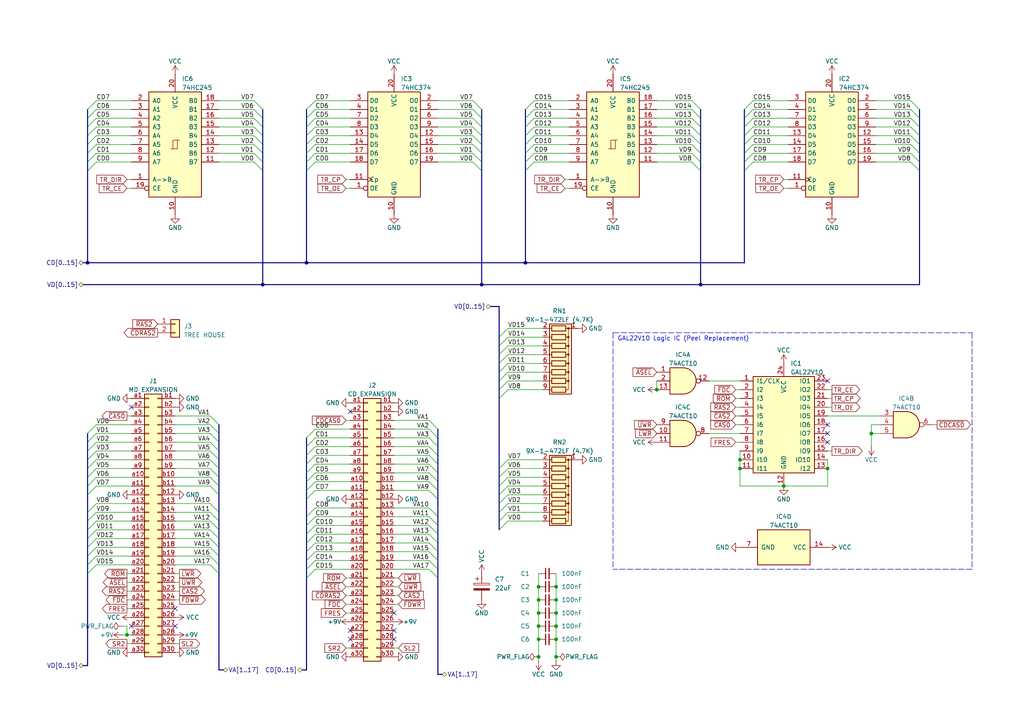
<source format=kicad_sch>
(kicad_sch (version 20231120) (generator "eeschema") (generator_version "8.0")
  (paper "A4")
  (title_block (title "MegaCD Connect BD Remake") (date "2023-06-03") (rev "V2.1") (company "Board Folk"))
  (lib_symbols
    (symbol "74xx:74HC245" (pin_names (offset 1.016))
      (property "Reference" "U" (at -7.62 16.51 0))
      (property "Value" "74HC245" (at -7.62 -16.51 0))
      (symbol "74HC245_1_0"
        (pin input line (at -12.7 -10.16 0) (length 5.08) (name "A->B") (number "1"))
        (pin power_in line (at 0 -20.32 90) (length 5.08) (name "GND") (number "10"))
        (pin tri_state line (at 12.7 -5.08 180) (length 5.08) (name "B7") (number "11"))
        (pin tri_state line (at 12.7 -2.54 180) (length 5.08) (name "B6") (number "12"))
        (pin tri_state line (at 12.7 0 180) (length 5.08) (name "B5") (number "13"))
        (pin tri_state line (at 12.7 2.54 180) (length 5.08) (name "B4") (number "14"))
        (pin tri_state line (at 12.7 5.08 180) (length 5.08) (name "B3") (number "15"))
        (pin tri_state line (at 12.7 7.62 180) (length 5.08) (name "B2") (number "16"))
        (pin tri_state line (at 12.7 10.16 180) (length 5.08) (name "B1") (number "17"))
        (pin tri_state line (at 12.7 12.7 180) (length 5.08) (name "B0") (number "18"))
        (pin input inverted (at -12.7 -12.7 0) (length 5.08) (name "CE") (number "19"))
        (pin tri_state line (at -12.7 12.7 0) (length 5.08) (name "A0") (number "2"))
        (pin power_in line (at 0 20.32 270) (length 5.08) (name "VCC") (number "20"))
        (pin tri_state line (at -12.7 10.16 0) (length 5.08) (name "A1") (number "3"))
        (pin tri_state line (at -12.7 7.62 0) (length 5.08) (name "A2") (number "4"))
        (pin tri_state line (at -12.7 5.08 0) (length 5.08) (name "A3") (number "5"))
        (pin tri_state line (at -12.7 2.54 0) (length 5.08) (name "A4") (number "6"))
        (pin tri_state line (at -12.7 0 0) (length 5.08) (name "A5") (number "7"))
        (pin tri_state line (at -12.7 -2.54 0) (length 5.08) (name "A6") (number "8"))
        (pin tri_state line (at -12.7 -5.08 0) (length 5.08) (name "A7") (number "9"))
      )
    )
    (symbol "74xx:74HC374"
      (property "Reference" "U" (at -7.62 16.51 0))
      (property "Value" "74HC374" (at -7.62 -16.51 0))
      (symbol "74HC374_1_0"
        (pin input inverted (at -12.7 -12.7 0) (length 5.08) (name "OE") (number "1"))
        (pin power_in line (at 0 -20.32 90) (length 5.08) (name "GND") (number "10"))
        (pin input clock (at -12.7 -10.16 0) (length 5.08) (name "Cp") (number "11"))
        (pin tri_state line (at 12.7 2.54 180) (length 5.08) (name "O4") (number "12"))
        (pin input line (at -12.7 2.54 0) (length 5.08) (name "D4") (number "13"))
        (pin input line (at -12.7 0 0) (length 5.08) (name "D5") (number "14"))
        (pin tri_state line (at 12.7 0 180) (length 5.08) (name "O5") (number "15"))
        (pin tri_state line (at 12.7 -2.54 180) (length 5.08) (name "O6") (number "16"))
        (pin input line (at -12.7 -2.54 0) (length 5.08) (name "D6") (number "17"))
        (pin input line (at -12.7 -5.08 0) (length 5.08) (name "D7") (number "18"))
        (pin tri_state line (at 12.7 -5.08 180) (length 5.08) (name "O7") (number "19"))
        (pin tri_state line (at 12.7 12.7 180) (length 5.08) (name "O0") (number "2"))
        (pin power_in line (at 0 20.32 270) (length 5.08) (name "VCC") (number "20"))
        (pin input line (at -12.7 12.7 0) (length 5.08) (name "D0") (number "3"))
        (pin input line (at -12.7 10.16 0) (length 5.08) (name "D1") (number "4"))
        (pin tri_state line (at 12.7 10.16 180) (length 5.08) (name "O1") (number "5"))
        (pin tri_state line (at 12.7 7.62 180) (length 5.08) (name "O2") (number "6"))
        (pin input line (at -12.7 7.62 0) (length 5.08) (name "D2") (number "7"))
        (pin input line (at -12.7 5.08 0) (length 5.08) (name "D3") (number "8"))
        (pin tri_state line (at 12.7 5.08 180) (length 5.08) (name "O3") (number "9"))
      )
    )
    (symbol "74xx:74LS10" (pin_names (offset 1.016))
      (property "Reference" "U" (at 0 1.27 0))
      (property "Value" "74LS10" (at 0 -1.27 0))
      (symbol "74LS10_1_1"
        (pin input line (at -7.62 2.54 0) (length 3.81) (name "~") (number "1"))
        (pin output inverted (at 7.62 0 180) (length 3.81) (name "~") (number "12"))
        (pin input line (at -7.62 -2.54 0) (length 3.81) (name "~") (number "13"))
        (pin input line (at -7.62 0 0) (length 3.81) (name "~") (number "2"))
      )
      (symbol "74LS10_1_2"
        (pin input inverted (at -7.62 2.54 0) (length 4.318) (name "~") (number "1"))
        (pin output line (at 7.62 0 180) (length 3.81) (name "~") (number "12"))
        (pin input inverted (at -7.62 -2.54 0) (length 4.318) (name "~") (number "13"))
        (pin input inverted (at -7.62 0 0) (length 4.953) (name "~") (number "2"))
      )
      (symbol "74LS10_2_1"
        (pin input line (at -7.62 2.54 0) (length 3.81) (name "~") (number "3"))
        (pin input line (at -7.62 0 0) (length 3.81) (name "~") (number "4"))
        (pin input line (at -7.62 -2.54 0) (length 3.81) (name "~") (number "5"))
        (pin output inverted (at 7.62 0 180) (length 3.81) (name "~") (number "6"))
      )
      (symbol "74LS10_2_2"
        (pin input inverted (at -7.62 2.54 0) (length 4.318) (name "~") (number "3"))
        (pin input inverted (at -7.62 0 0) (length 4.953) (name "~") (number "4"))
        (pin input inverted (at -7.62 -2.54 0) (length 4.318) (name "~") (number "5"))
        (pin output line (at 7.62 0 180) (length 3.81) (name "~") (number "6"))
      )
      (symbol "74LS10_3_1"
        (pin input line (at -7.62 0 0) (length 3.81) (name "~") (number "10"))
        (pin input line (at -7.62 -2.54 0) (length 3.81) (name "~") (number "11"))
        (pin output inverted (at 7.62 0 180) (length 3.81) (name "~") (number "8"))
        (pin input line (at -7.62 2.54 0) (length 3.81) (name "~") (number "9"))
      )
      (symbol "74LS10_3_2"
        (pin input inverted (at -7.62 0 0) (length 4.953) (name "~") (number "10"))
        (pin input inverted (at -7.62 -2.54 0) (length 4.318) (name "~") (number "11"))
        (pin output line (at 7.62 0 180) (length 3.81) (name "~") (number "8"))
        (pin input inverted (at -7.62 2.54 0) (length 4.318) (name "~") (number "9"))
      )
      (symbol "74LS10_4_0"
        (pin power_in line (at 0 12.7 270) (length 5.08) (name "VCC") (number "14"))
        (pin power_in line (at 0 -12.7 90) (length 5.08) (name "GND") (number "7"))
      )
    )
    (symbol "Connector_Generic:Conn_01x02" (pin_names (offset 1.016) hide)
      (property "Reference" "J" (at 0 2.54 0))
      (property "Value" "Conn_01x02" (at 0 -5.08 0))
      (symbol "Conn_01x02_1_1"
        (pin passive line (at -5.08 0 0) (length 3.81) (name "Pin_1") (number "1"))
        (pin passive line (at -5.08 -2.54 0) (length 3.81) (name "Pin_2") (number "2"))
      )
    )
    (symbol "Connector_Generic:Conn_02x30_Row_Letter_First" (pin_names (offset 1.016) hide)
      (property "Reference" "J" (at 1.27 38.1 0))
      (property "Value" "Conn_02x30_Row_Letter_First" (at 1.27 -40.64 0))
      (symbol "Conn_02x30_Row_Letter_First_1_1"
        (pin passive line (at -5.08 35.56 0) (length 3.81) (name "Pin_a1") (number "a1"))
        (pin passive line (at -5.08 12.7 0) (length 3.81) (name "Pin_a10") (number "a10"))
        (pin passive line (at -5.08 10.16 0) (length 3.81) (name "Pin_a11") (number "a11"))
        (pin passive line (at -5.08 7.62 0) (length 3.81) (name "Pin_a12") (number "a12"))
        (pin passive line (at -5.08 5.08 0) (length 3.81) (name "Pin_a13") (number "a13"))
        (pin passive line (at -5.08 2.54 0) (length 3.81) (name "Pin_a14") (number "a14"))
        (pin passive line (at -5.08 0 0) (length 3.81) (name "Pin_a15") (number "a15"))
        (pin passive line (at -5.08 -2.54 0) (length 3.81) (name "Pin_a16") (number "a16"))
        (pin passive line (at -5.08 -5.08 0) (length 3.81) (name "Pin_a17") (number "a17"))
        (pin passive line (at -5.08 -7.62 0) (length 3.81) (name "Pin_a18") (number "a18"))
        (pin passive line (at -5.08 -10.16 0) (length 3.81) (name "Pin_a19") (number "a19"))
        (pin passive line (at -5.08 33.02 0) (length 3.81) (name "Pin_a2") (number "a2"))
        (pin passive line (at -5.08 -12.7 0) (length 3.81) (name "Pin_a20") (number "a20"))
        (pin passive line (at -5.08 -15.24 0) (length 3.81) (name "Pin_a21") (number "a21"))
        (pin passive line (at -5.08 -17.78 0) (length 3.81) (name "Pin_a22") (number "a22"))
        (pin passive line (at -5.08 -20.32 0) (length 3.81) (name "Pin_a23") (number "a23"))
        (pin passive line (at -5.08 -22.86 0) (length 3.81) (name "Pin_a24") (number "a24"))
        (pin passive line (at -5.08 -25.4 0) (length 3.81) (name "Pin_a25") (number "a25"))
        (pin passive line (at -5.08 -27.94 0) (length 3.81) (name "Pin_a26") (number "a26"))
        (pin passive line (at -5.08 -30.48 0) (length 3.81) (name "Pin_a27") (number "a27"))
        (pin passive line (at -5.08 -33.02 0) (length 3.81) (name "Pin_a28") (number "a28"))
        (pin passive line (at -5.08 -35.56 0) (length 3.81) (name "Pin_a29") (number "a29"))
        (pin passive line (at -5.08 30.48 0) (length 3.81) (name "Pin_a3") (number "a3"))
        (pin passive line (at -5.08 -38.1 0) (length 3.81) (name "Pin_a30") (number "a30"))
        (pin passive line (at -5.08 27.94 0) (length 3.81) (name "Pin_a4") (number "a4"))
        (pin passive line (at -5.08 25.4 0) (length 3.81) (name "Pin_a5") (number "a5"))
        (pin passive line (at -5.08 22.86 0) (length 3.81) (name "Pin_a6") (number "a6"))
        (pin passive line (at -5.08 20.32 0) (length 3.81) (name "Pin_a7") (number "a7"))
        (pin passive line (at -5.08 17.78 0) (length 3.81) (name "Pin_a8") (number "a8"))
        (pin passive line (at -5.08 15.24 0) (length 3.81) (name "Pin_a9") (number "a9"))
        (pin passive line (at 7.62 35.56 180) (length 3.81) (name "Pin_b1") (number "b1"))
        (pin passive line (at 7.62 12.7 180) (length 3.81) (name "Pin_b10") (number "b10"))
        (pin passive line (at 7.62 10.16 180) (length 3.81) (name "Pin_b11") (number "b11"))
        (pin passive line (at 7.62 7.62 180) (length 3.81) (name "Pin_b12") (number "b12"))
        (pin passive line (at 7.62 5.08 180) (length 3.81) (name "Pin_b13") (number "b13"))
        (pin passive line (at 7.62 2.54 180) (length 3.81) (name "Pin_b14") (number "b14"))
        (pin passive line (at 7.62 0 180) (length 3.81) (name "Pin_b15") (number "b15"))
        (pin passive line (at 7.62 -2.54 180) (length 3.81) (name "Pin_b16") (number "b16"))
        (pin passive line (at 7.62 -5.08 180) (length 3.81) (name "Pin_b17") (number "b17"))
        (pin passive line (at 7.62 -7.62 180) (length 3.81) (name "Pin_b18") (number "b18"))
        (pin passive line (at 7.62 -10.16 180) (length 3.81) (name "Pin_b19") (number "b19"))
        (pin passive line (at 7.62 33.02 180) (length 3.81) (name "Pin_b2") (number "b2"))
        (pin passive line (at 7.62 -12.7 180) (length 3.81) (name "Pin_b20") (number "b20"))
        (pin passive line (at 7.62 -15.24 180) (length 3.81) (name "Pin_b21") (number "b21"))
        (pin passive line (at 7.62 -17.78 180) (length 3.81) (name "Pin_b22") (number "b22"))
        (pin passive line (at 7.62 -20.32 180) (length 3.81) (name "Pin_b23") (number "b23"))
        (pin passive line (at 7.62 -22.86 180) (length 3.81) (name "Pin_b24") (number "b24"))
        (pin passive line (at 7.62 -25.4 180) (length 3.81) (name "Pin_b25") (number "b25"))
        (pin passive line (at 7.62 -27.94 180) (length 3.81) (name "Pin_b26") (number "b26"))
        (pin passive line (at 7.62 -30.48 180) (length 3.81) (name "Pin_b27") (number "b27"))
        (pin passive line (at 7.62 -33.02 180) (length 3.81) (name "Pin_b28") (number "b28"))
        (pin passive line (at 7.62 -35.56 180) (length 3.81) (name "Pin_b29") (number "b29"))
        (pin passive line (at 7.62 30.48 180) (length 3.81) (name "Pin_b3") (number "b3"))
        (pin passive line (at 7.62 -38.1 180) (length 3.81) (name "Pin_b30") (number "b30"))
        (pin passive line (at 7.62 27.94 180) (length 3.81) (name "Pin_b4") (number "b4"))
        (pin passive line (at 7.62 25.4 180) (length 3.81) (name "Pin_b5") (number "b5"))
        (pin passive line (at 7.62 22.86 180) (length 3.81) (name "Pin_b6") (number "b6"))
        (pin passive line (at 7.62 20.32 180) (length 3.81) (name "Pin_b7") (number "b7"))
        (pin passive line (at 7.62 17.78 180) (length 3.81) (name "Pin_b8") (number "b8"))
        (pin passive line (at 7.62 15.24 180) (length 3.81) (name "Pin_b9") (number "b9"))
      )
    )
    (symbol "Device:C_Polarized" (pin_numbers hide) (pin_names (offset 0.254))
      (property "Reference" "C" (at 0.635 2.54 0))
      (property "Value" "C_Polarized" (at 0.635 -2.54 0))
      (symbol "C_Polarized_1_1"
        (pin passive line (at 0 3.81 270) (length 2.794) (name "~") (number "1"))
        (pin passive line (at 0 -3.81 90) (length 2.794) (name "~") (number "2"))
      )
    )
    (symbol "Device:C_Small" (pin_numbers hide) (pin_names (offset 0.254) hide)
      (property "Reference" "C" (at 0.254 1.778 0))
      (property "Value" "C_Small" (at 0.254 -2.032 0))
      (symbol "C_Small_1_1"
        (pin passive line (at 0 2.54 270) (length 2.032) (name "~") (number "1"))
        (pin passive line (at 0 -2.54 90) (length 2.032) (name "~") (number "2"))
      )
    )
    (symbol "Device:R_Network08" (pin_names (offset 0) hide)
      (property "Reference" "RN" (at -12.7 0 90))
      (property "Value" "R_Network08" (at 10.16 0 90))
      (symbol "R_Network08_1_1"
        (pin passive line (at -10.16 5.08 270) (length 2.54) (name "common") (number "1"))
        (pin passive line (at -10.16 -5.08 90) (length 1.27) (name "R1") (number "2"))
        (pin passive line (at -7.62 -5.08 90) (length 1.27) (name "R2") (number "3"))
        (pin passive line (at -5.08 -5.08 90) (length 1.27) (name "R3") (number "4"))
        (pin passive line (at -2.54 -5.08 90) (length 1.27) (name "R4") (number "5"))
        (pin passive line (at 0 -5.08 90) (length 1.27) (name "R5") (number "6"))
        (pin passive line (at 2.54 -5.08 90) (length 1.27) (name "R6") (number "7"))
        (pin passive line (at 5.08 -5.08 90) (length 1.27) (name "R7") (number "8"))
        (pin passive line (at 7.62 -5.08 90) (length 1.27) (name "R8") (number "9"))
      )
    )
    (symbol "MegaCD:GAL22V10" (pin_names (offset 1.016))
      (property "Reference" "U" (at -8.89 16.51 0))
      (property "Value" "GAL22V10" (at 1.27 16.51 0))
      (symbol "GAL22V10_0_0"
        (pin input line (at -12.7 -10.16 0) (length 3.81) (name "I10") (number "10"))
        (pin power_in line (at 0 17.78 270) (length 3.81) (name "VCC") (number "24"))
      )
      (symbol "GAL22V10_1_0"
        (pin passive line (at 12.7 5.08 180) (length 3.81) (name "IO4") (number "20"))
        (pin passive line (at 12.7 7.62 180) (length 3.81) (name "IO3") (number "21"))
        (pin passive line (at 12.7 10.16 180) (length 3.81) (name "IO2") (number "22"))
        (pin passive line (at 12.7 12.7 180) (length 3.81) (name "IO1") (number "23"))
      )
      (symbol "GAL22V10_1_1"
        (pin input line (at -12.7 12.7 0) (length 3.81) (name "I1/CLK") (number "1"))
        (pin input line (at -12.7 -12.7 0) (length 3.81) (name "I11") (number "11"))
        (pin power_in line (at 0 -17.78 90) (length 3.81) (name "GND") (number "12"))
        (pin passive line (at 12.7 -12.7 180) (length 3.81) (name "I12") (number "13"))
        (pin passive line (at 12.7 -10.16 180) (length 3.81) (name "IO10") (number "14"))
        (pin passive line (at 12.7 -7.62 180) (length 3.81) (name "IO9") (number "15"))
        (pin passive line (at 12.7 -5.08 180) (length 3.81) (name "IO8") (number "16"))
        (pin passive line (at 12.7 -2.54 180) (length 3.81) (name "IO7") (number "17"))
        (pin passive line (at 12.7 0 180) (length 3.81) (name "IO6") (number "18"))
        (pin passive line (at 12.7 2.54 180) (length 3.81) (name "IO5") (number "19"))
        (pin input line (at -12.7 10.16 0) (length 3.81) (name "I2") (number "2"))
        (pin input line (at -12.7 7.62 0) (length 3.81) (name "I3") (number "3"))
        (pin input line (at -12.7 5.08 0) (length 3.81) (name "I4") (number "4"))
        (pin input line (at -12.7 2.54 0) (length 3.81) (name "I5") (number "5"))
        (pin input line (at -12.7 0 0) (length 3.81) (name "I6") (number "6"))
        (pin input line (at -12.7 -2.54 0) (length 3.81) (name "I7") (number "7"))
        (pin input line (at -12.7 -5.08 0) (length 3.81) (name "I8") (number "8"))
        (pin input line (at -12.7 -7.62 0) (length 3.81) (name "I9") (number "9"))
      )
    )
    (symbol "power:+9V" (power) (pin_numbers hide) (pin_names (offset 0) hide)
      (property "Value" "+9V" (at 0 3.556 0))
      (symbol "+9V_1_1"
        (pin power_in line (at 0 0 90) (length 0) (name "~") (number "1"))
      )
    )
    (symbol "power:GND" (power) (pin_numbers hide) (pin_names (offset 0) hide)
      (property "Value" "GND" (at 0 -3.81 0))
      (symbol "GND_1_1"
        (pin power_in line (at 0 0 270) (length 0) (name "~") (number "1"))
      )
    )
    (symbol "power:PWR_FLAG" (power) (pin_numbers hide) (pin_names (offset 0) hide)
      (property "Value" "PWR_FLAG" (at 0 3.81 0))
      (symbol "PWR_FLAG_0_0"
        (pin power_out line (at 0 0 90) (length 0) (name "~") (number "1"))
      )
    )
    (symbol "power:VCC" (power) (pin_numbers hide) (pin_names (offset 0) hide)
      (property "Value" "VCC" (at 0 3.556 0))
      (symbol "VCC_1_1"
        (pin power_in line (at 0 0 90) (length 0) (name "~") (number "1"))
      )
    )
  )
  (junction (at 161.29 181.61))
  (junction (at 156.21 170.18))
  (junction (at 25.4 76.2))
  (junction (at 214.63 135.89))
  (junction (at 227.33 140.97))
  (junction (at 161.29 185.42))
  (junction (at 139.7 82.55))
  (junction (at 88.9 76.2))
  (junction (at 161.29 190.5))
  (junction (at 203.2 82.55))
  (junction (at 156.21 181.61))
  (junction (at 240.03 135.89))
  (junction (at 161.29 173.99))
  (junction (at 214.63 133.35))
  (junction (at 161.29 170.18))
  (junction (at 190.5 113.03))
  (junction (at 156.21 185.42))
  (junction (at 156.21 190.5))
  (junction (at 76.2 82.55))
  (junction (at 36.83 184.15))
  (junction (at 252.73 125.73))
  (junction (at 152.4 76.2))
  (junction (at 156.21 177.8))
  (junction (at 161.29 177.8))
  (junction (at 156.21 173.99))
  (no_connect (at 114.3 177.8))
  (no_connect (at 38.1 181.61))
  (no_connect (at 50.8 176.53))
  (no_connect (at 240.03 128.27))
  (no_connect (at 240.03 123.19))
  (no_connect (at 240.03 110.49))
  (no_connect (at 114.3 185.42))
  (no_connect (at 101.6 185.42))
  (no_connect (at 38.1 118.11))
  (no_connect (at 240.03 125.73))
  (no_connect (at 101.6 119.38))
  (no_connect (at 50.8 181.61))
  (no_connect (at 101.6 182.88))
  (no_connect (at 114.3 182.88))
  (bus_entry (at 60.96 148.59) (size 2.54 2.54))
  (bus_entry (at 91.44 132.08) (size -2.54 2.54))
  (bus_entry (at 147.32 151.13) (size -2.54 2.54))
  (bus_entry (at 27.94 133.35) (size -2.54 2.54))
  (bus_entry (at 73.66 41.91) (size 2.54 2.54))
  (bus_entry (at 27.94 36.83) (size -2.54 2.54))
  (bus_entry (at 91.44 137.16) (size -2.54 2.54))
  (bus_entry (at 91.44 139.7) (size -2.54 2.54))
  (bus_entry (at 73.66 34.29) (size 2.54 2.54))
  (bus_entry (at 124.46 154.94) (size 2.54 2.54))
  (bus_entry (at 91.44 127) (size -2.54 2.54))
  (bus_entry (at 27.94 156.21) (size -2.54 2.54))
  (bus_entry (at 124.46 121.92) (size 2.54 2.54))
  (bus_entry (at 218.44 31.75) (size -2.54 2.54))
  (bus_entry (at 91.44 29.21) (size -2.54 2.54))
  (bus_entry (at 124.46 142.24) (size 2.54 2.54))
  (bus_entry (at 27.94 128.27) (size -2.54 2.54))
  (bus_entry (at 73.66 44.45) (size 2.54 2.54))
  (bus_entry (at 60.96 133.35) (size 2.54 2.54))
  (bus_entry (at 147.32 143.51) (size -2.54 2.54))
  (bus_entry (at 218.44 29.21) (size -2.54 2.54))
  (bus_entry (at 91.44 31.75) (size -2.54 2.54))
  (bus_entry (at 27.94 130.81) (size -2.54 2.54))
  (bus_entry (at 60.96 140.97) (size 2.54 2.54))
  (bus_entry (at 27.94 46.99) (size -2.54 2.54))
  (bus_entry (at 147.32 110.49) (size -2.54 2.54))
  (bus_entry (at 137.16 36.83) (size 2.54 2.54))
  (bus_entry (at 218.44 36.83) (size -2.54 2.54))
  (bus_entry (at 147.32 148.59) (size -2.54 2.54))
  (bus_entry (at 137.16 44.45) (size 2.54 2.54))
  (bus_entry (at 200.66 41.91) (size 2.54 2.54))
  (bus_entry (at 91.44 162.56) (size -2.54 2.54))
  (bus_entry (at 147.32 100.33) (size -2.54 2.54))
  (bus_entry (at 154.94 31.75) (size -2.54 2.54))
  (bus_entry (at 264.16 44.45) (size 2.54 2.54))
  (bus_entry (at 73.66 36.83) (size 2.54 2.54))
  (bus_entry (at 27.94 138.43) (size -2.54 2.54))
  (bus_entry (at 218.44 44.45) (size -2.54 2.54))
  (bus_entry (at 124.46 147.32) (size 2.54 2.54))
  (bus_entry (at 124.46 124.46) (size 2.54 2.54))
  (bus_entry (at 200.66 39.37) (size 2.54 2.54))
  (bus_entry (at 27.94 41.91) (size -2.54 2.54))
  (bus_entry (at 154.94 34.29) (size -2.54 2.54))
  (bus_entry (at 27.94 148.59) (size -2.54 2.54))
  (bus_entry (at 91.44 142.24) (size -2.54 2.54))
  (bus_entry (at 60.96 163.83) (size 2.54 2.54))
  (bus_entry (at 73.66 31.75) (size 2.54 2.54))
  (bus_entry (at 147.32 113.03) (size -2.54 2.54))
  (bus_entry (at 60.96 161.29) (size 2.54 2.54))
  (bus_entry (at 73.66 39.37) (size 2.54 2.54))
  (bus_entry (at 147.32 105.41) (size -2.54 2.54))
  (bus_entry (at 91.44 134.62) (size -2.54 2.54))
  (bus_entry (at 73.66 29.21) (size 2.54 2.54))
  (bus_entry (at 91.44 147.32) (size -2.54 2.54))
  (bus_entry (at 124.46 157.48) (size 2.54 2.54))
  (bus_entry (at 147.32 95.25) (size -2.54 2.54))
  (bus_entry (at 124.46 162.56) (size 2.54 2.54))
  (bus_entry (at 137.16 41.91) (size 2.54 2.54))
  (bus_entry (at 91.44 152.4) (size -2.54 2.54))
  (bus_entry (at 91.44 154.94) (size -2.54 2.54))
  (bus_entry (at 27.94 39.37) (size -2.54 2.54))
  (bus_entry (at 91.44 39.37) (size -2.54 2.54))
  (bus_entry (at 91.44 149.86) (size -2.54 2.54))
  (bus_entry (at 91.44 36.83) (size -2.54 2.54))
  (bus_entry (at 27.94 29.21) (size -2.54 2.54))
  (bus_entry (at 27.94 146.05) (size -2.54 2.54))
  (bus_entry (at 124.46 160.02) (size 2.54 2.54))
  (bus_entry (at 60.96 123.19) (size 2.54 2.54))
  (bus_entry (at 124.46 129.54) (size 2.54 2.54))
  (bus_entry (at 264.16 46.99) (size 2.54 2.54))
  (bus_entry (at 91.44 157.48) (size -2.54 2.54))
  (bus_entry (at 27.94 34.29) (size -2.54 2.54))
  (bus_entry (at 147.32 97.79) (size -2.54 2.54))
  (bus_entry (at 60.96 151.13) (size 2.54 2.54))
  (bus_entry (at 91.44 46.99) (size -2.54 2.54))
  (bus_entry (at 154.94 41.91) (size -2.54 2.54))
  (bus_entry (at 137.16 31.75) (size 2.54 2.54))
  (bus_entry (at 91.44 129.54) (size -2.54 2.54))
  (bus_entry (at 27.94 153.67) (size -2.54 2.54))
  (bus_entry (at 60.96 128.27) (size 2.54 2.54))
  (bus_entry (at 137.16 34.29) (size 2.54 2.54))
  (bus_entry (at 60.96 146.05) (size 2.54 2.54))
  (bus_entry (at 218.44 46.99) (size -2.54 2.54))
  (bus_entry (at 137.16 46.99) (size 2.54 2.54))
  (bus_entry (at 154.94 46.99) (size -2.54 2.54))
  (bus_entry (at 27.94 125.73) (size -2.54 2.54))
  (bus_entry (at 91.44 41.91) (size -2.54 2.54))
  (bus_entry (at 60.96 120.65) (size 2.54 2.54))
  (bus_entry (at 91.44 124.46) (size -2.54 2.54))
  (bus_entry (at 124.46 152.4) (size 2.54 2.54))
  (bus_entry (at 137.16 39.37) (size 2.54 2.54))
  (bus_entry (at 27.94 135.89) (size -2.54 2.54))
  (bus_entry (at 124.46 134.62) (size 2.54 2.54))
  (bus_entry (at 154.94 39.37) (size -2.54 2.54))
  (bus_entry (at 147.32 140.97) (size -2.54 2.54))
  (bus_entry (at 147.32 146.05) (size -2.54 2.54))
  (bus_entry (at 124.46 139.7) (size 2.54 2.54))
  (bus_entry (at 73.66 46.99) (size 2.54 2.54))
  (bus_entry (at 124.46 149.86) (size 2.54 2.54))
  (bus_entry (at 154.94 36.83) (size -2.54 2.54))
  (bus_entry (at 264.16 29.21) (size 2.54 2.54))
  (bus_entry (at 27.94 161.29) (size -2.54 2.54))
  (bus_entry (at 124.46 132.08) (size 2.54 2.54))
  (bus_entry (at 218.44 34.29) (size -2.54 2.54))
  (bus_entry (at 147.32 138.43) (size -2.54 2.54))
  (bus_entry (at 154.94 29.21) (size -2.54 2.54))
  (bus_entry (at 137.16 29.21) (size 2.54 2.54))
  (bus_entry (at 154.94 44.45) (size -2.54 2.54))
  (bus_entry (at 218.44 39.37) (size -2.54 2.54))
  (bus_entry (at 91.44 160.02) (size -2.54 2.54))
  (bus_entry (at 124.46 137.16) (size 2.54 2.54))
  (bus_entry (at 27.94 31.75) (size -2.54 2.54))
  (bus_entry (at 147.32 133.35) (size -2.54 2.54))
  (bus_entry (at 264.16 36.83) (size 2.54 2.54))
  (bus_entry (at 27.94 163.83) (size -2.54 2.54))
  (bus_entry (at 91.44 44.45) (size -2.54 2.54))
  (bus_entry (at 264.16 34.29) (size 2.54 2.54))
  (bus_entry (at 60.96 135.89) (size 2.54 2.54))
  (bus_entry (at 60.96 138.43) (size 2.54 2.54))
  (bus_entry (at 60.96 158.75) (size 2.54 2.54))
  (bus_entry (at 200.66 34.29) (size 2.54 2.54))
  (bus_entry (at 147.32 107.95) (size -2.54 2.54))
  (bus_entry (at 200.66 44.45) (size 2.54 2.54))
  (bus_entry (at 27.94 123.19) (size -2.54 2.54))
  (bus_entry (at 200.66 46.99) (size 2.54 2.54))
  (bus_entry (at 27.94 44.45) (size -2.54 2.54))
  (bus_entry (at 200.66 36.83) (size 2.54 2.54))
  (bus_entry (at 147.32 102.87) (size -2.54 2.54))
  (bus_entry (at 60.96 125.73) (size 2.54 2.54))
  (bus_entry (at 91.44 165.1) (size -2.54 2.54))
  (bus_entry (at 27.94 158.75) (size -2.54 2.54))
  (bus_entry (at 147.32 135.89) (size -2.54 2.54))
  (bus_entry (at 264.16 31.75) (size 2.54 2.54))
  (bus_entry (at 124.46 165.1) (size 2.54 2.54))
  (bus_entry (at 200.66 31.75) (size 2.54 2.54))
  (bus_entry (at 27.94 151.13) (size -2.54 2.54))
  (bus_entry (at 27.94 140.97) (size -2.54 2.54))
  (bus_entry (at 200.66 29.21) (size 2.54 2.54))
  (bus_entry (at 124.46 127) (size 2.54 2.54))
  (bus_entry (at 264.16 39.37) (size 2.54 2.54))
  (bus_entry (at 60.96 130.81) (size 2.54 2.54))
  (bus_entry (at 264.16 41.91) (size 2.54 2.54))
  (bus_entry (at 91.44 34.29) (size -2.54 2.54))
  (bus_entry (at 60.96 156.21) (size 2.54 2.54))
  (bus_entry (at 218.44 41.91) (size -2.54 2.54))
  (bus_entry (at 60.96 153.67) (size 2.54 2.54))
  (bus (pts (xy 203.2 82.55) (xy 266.7 82.55)))
  (wire (pts (xy 218.44 36.83) (xy 228.6 36.83)))
  (bus (pts (xy 88.9 129.54) (xy 88.9 132.08)))
  (bus (pts (xy 25.4 34.29) (xy 25.4 36.83)))
  (wire (pts (xy 36.83 54.61) (xy 38.1 54.61)))
  (wire (pts (xy 27.94 123.19) (xy 38.1 123.19)))
  (bus (pts (xy 127 129.54) (xy 127 132.08)))
  (wire (pts (xy 91.44 154.94) (xy 101.6 154.94)))
  (bus (pts (xy 25.4 125.73) (xy 25.4 128.27)))
  (wire (pts (xy 73.66 36.83) (xy 63.5 36.83)))
  (bus (pts (xy 25.4 163.83) (xy 25.4 166.37)))
  (bus (pts (xy 25.4 130.81) (xy 25.4 133.35)))
  (bus (pts (xy 76.2 39.37) (xy 76.2 41.91)))
  (wire (pts (xy 154.94 39.37) (xy 165.1 39.37)))
  (wire (pts (xy 115.57 172.72) (xy 114.3 172.72)))
  (wire (pts (xy 218.44 46.99) (xy 228.6 46.99)))
  (wire (pts (xy 124.46 121.92) (xy 114.3 121.92)))
  (wire (pts (xy 100.33 170.18) (xy 101.6 170.18)))
  (wire (pts (xy 36.83 171.45) (xy 38.1 171.45)))
  (bus (pts (xy 88.9 142.24) (xy 88.9 144.78)))
  (bus (pts (xy 76.2 46.99) (xy 76.2 49.53)))
  (bus (pts (xy 139.7 34.29) (xy 139.7 36.83)))
  (wire (pts (xy 60.96 140.97) (xy 50.8 140.97)))
  (wire (pts (xy 264.16 34.29) (xy 254 34.29)))
  (bus (pts (xy 144.78 146.05) (xy 144.78 148.59)))
  (wire (pts (xy 264.16 39.37) (xy 254 39.37)))
  (wire (pts (xy 60.96 133.35) (xy 50.8 133.35)))
  (wire (pts (xy 115.57 187.96) (xy 114.3 187.96)))
  (bus (pts (xy 144.78 140.97) (xy 144.78 143.51)))
  (bus (pts (xy 88.9 134.62) (xy 88.9 137.16)))
  (wire (pts (xy 124.46 124.46) (xy 114.3 124.46)))
  (wire (pts (xy 154.94 34.29) (xy 165.1 34.29)))
  (wire (pts (xy 52.07 186.69) (xy 50.8 186.69)))
  (wire (pts (xy 27.94 44.45) (xy 38.1 44.45)))
  (bus (pts (xy 127 127) (xy 127 129.54)))
  (wire (pts (xy 124.46 160.02) (xy 114.3 160.02)))
  (wire (pts (xy 214.63 130.81) (xy 214.63 133.35)))
  (bus (pts (xy 63.5 143.51) (xy 63.5 148.59)))
  (wire (pts (xy 27.94 158.75) (xy 38.1 158.75)))
  (bus (pts (xy 127 124.46) (xy 127 127)))
  (wire (pts (xy 36.83 166.37) (xy 38.1 166.37)))
  (bus (pts (xy 24.13 193.04) (xy 25.4 193.04)))
  (bus (pts (xy 63.5 163.83) (xy 63.5 166.37)))
  (wire (pts (xy 36.83 168.91) (xy 38.1 168.91)))
  (wire (pts (xy 27.94 125.73) (xy 38.1 125.73)))
  (bus (pts (xy 63.5 138.43) (xy 63.5 140.97)))
  (wire (pts (xy 27.94 146.05) (xy 38.1 146.05)))
  (wire (pts (xy 214.63 140.97) (xy 227.33 140.97)))
  (wire (pts (xy 213.36 123.19) (xy 214.63 123.19)))
  (wire (pts (xy 137.16 29.21) (xy 127 29.21)))
  (wire (pts (xy 100.33 187.96) (xy 101.6 187.96)))
  (bus (pts (xy 63.5 133.35) (xy 63.5 135.89)))
  (wire (pts (xy 60.96 130.81) (xy 50.8 130.81)))
  (wire (pts (xy 36.83 173.99) (xy 38.1 173.99)))
  (wire (pts (xy 240.03 113.03) (xy 241.3 113.03)))
  (bus (pts (xy 88.9 46.99) (xy 88.9 49.53)))
  (wire (pts (xy 91.44 137.16) (xy 101.6 137.16)))
  (wire (pts (xy 240.03 135.89) (xy 240.03 140.97)))
  (bus (pts (xy 88.9 132.08) (xy 88.9 134.62)))
  (wire (pts (xy 270.51 123.19) (xy 271.78 123.19)))
  (wire (pts (xy 91.44 124.46) (xy 101.6 124.46)))
  (wire (pts (xy 73.66 29.21) (xy 63.5 29.21)))
  (bus (pts (xy 152.4 36.83) (xy 152.4 39.37)))
  (bus (pts (xy 127 132.08) (xy 127 134.62)))
  (wire (pts (xy 124.46 162.56) (xy 114.3 162.56)))
  (bus (pts (xy 88.9 160.02) (xy 88.9 162.56)))
  (bus (pts (xy 127 165.1) (xy 127 167.64)))
  (wire (pts (xy 91.44 36.83) (xy 101.6 36.83)))
  (wire (pts (xy 147.32 148.59) (xy 157.48 148.59)))
  (bus (pts (xy 88.9 149.86) (xy 88.9 152.4)))
  (wire (pts (xy 240.03 133.35) (xy 240.03 135.89)))
  (bus (pts (xy 266.7 31.75) (xy 266.7 34.29)))
  (bus (pts (xy 144.78 135.89) (xy 144.78 138.43)))
  (bus (pts (xy 88.9 36.83) (xy 88.9 39.37)))
  (bus (pts (xy 139.7 41.91) (xy 139.7 44.45)))
  (wire (pts (xy 147.32 143.51) (xy 157.48 143.51)))
  (bus (pts (xy 25.4 133.35) (xy 25.4 135.89)))
  (bus (pts (xy 139.7 39.37) (xy 139.7 41.91)))
  (bus (pts (xy 215.9 36.83) (xy 215.9 39.37)))
  (wire (pts (xy 27.94 156.21) (xy 38.1 156.21)))
  (polyline (pts (xy 281.94 96.52) (xy 281.94 165.1)) (stroke (width 0) (type dash)))
  (bus (pts (xy 24.13 82.55) (xy 76.2 82.55)))
  (wire (pts (xy 147.32 151.13) (xy 157.48 151.13)))
  (bus (pts (xy 88.9 144.78) (xy 88.9 149.86)))
  (wire (pts (xy 124.46 147.32) (xy 114.3 147.32)))
  (bus (pts (xy 152.4 76.2) (xy 215.9 76.2)))
  (bus (pts (xy 25.4 76.2) (xy 88.9 76.2)))
  (wire (pts (xy 214.63 135.89) (xy 214.63 140.97)))
  (bus (pts (xy 88.9 162.56) (xy 88.9 165.1)))
  (wire (pts (xy 124.46 142.24) (xy 114.3 142.24)))
  (bus (pts (xy 88.9 39.37) (xy 88.9 41.91)))
  (wire (pts (xy 156.21 166.37) (xy 156.21 170.18)))
  (wire (pts (xy 156.21 177.8) (xy 156.21 181.61)))
  (wire (pts (xy 60.96 128.27) (xy 50.8 128.27)))
  (bus (pts (xy 76.2 44.45) (xy 76.2 46.99)))
  (bus (pts (xy 88.9 49.53) (xy 88.9 76.2)))
  (wire (pts (xy 213.36 113.03) (xy 214.63 113.03)))
  (wire (pts (xy 60.96 125.73) (xy 50.8 125.73)))
  (bus (pts (xy 25.4 46.99) (xy 25.4 49.53)))
  (wire (pts (xy 147.32 95.25) (xy 157.48 95.25)))
  (bus (pts (xy 127 195.58) (xy 127 167.64)))
  (bus (pts (xy 25.4 161.29) (xy 25.4 163.83)))
  (bus (pts (xy 266.7 36.83) (xy 266.7 39.37)))
  (wire (pts (xy 60.96 120.65) (xy 50.8 120.65)))
  (bus (pts (xy 76.2 49.53) (xy 76.2 82.55)))
  (wire (pts (xy 137.16 41.91) (xy 127 41.91)))
  (bus (pts (xy 88.9 137.16) (xy 88.9 139.7)))
  (bus (pts (xy 266.7 44.45) (xy 266.7 46.99)))
  (bus (pts (xy 25.4 44.45) (xy 25.4 46.99)))
  (wire (pts (xy 154.94 36.83) (xy 165.1 36.83)))
  (bus (pts (xy 215.9 41.91) (xy 215.9 44.45)))
  (wire (pts (xy 27.94 34.29) (xy 38.1 34.29)))
  (wire (pts (xy 100.33 175.26) (xy 101.6 175.26)))
  (bus (pts (xy 266.7 34.29) (xy 266.7 36.83)))
  (wire (pts (xy 91.44 160.02) (xy 101.6 160.02)))
  (wire (pts (xy 264.16 31.75) (xy 254 31.75)))
  (bus (pts (xy 63.5 123.19) (xy 63.5 125.73)))
  (wire (pts (xy 255.27 123.19) (xy 252.73 123.19)))
  (wire (pts (xy 91.44 39.37) (xy 101.6 39.37)))
  (wire (pts (xy 218.44 29.21) (xy 228.6 29.21)))
  (bus (pts (xy 88.9 34.29) (xy 88.9 36.83)))
  (bus (pts (xy 25.4 193.04) (xy 25.4 166.37)))
  (bus (pts (xy 266.7 41.91) (xy 266.7 44.45)))
  (wire (pts (xy 147.32 100.33) (xy 157.48 100.33)))
  (bus (pts (xy 139.7 49.53) (xy 139.7 82.55)))
  (bus (pts (xy 63.5 161.29) (xy 63.5 163.83)))
  (bus (pts (xy 127 160.02) (xy 127 162.56)))
  (bus (pts (xy 139.7 46.99) (xy 139.7 49.53)))
  (bus (pts (xy 203.2 49.53) (xy 203.2 82.55)))
  (bus (pts (xy 88.9 194.31) (xy 88.9 167.64)))
  (wire (pts (xy 147.32 102.87) (xy 157.48 102.87)))
  (wire (pts (xy 27.94 138.43) (xy 38.1 138.43)))
  (wire (pts (xy 137.16 31.75) (xy 127 31.75)))
  (wire (pts (xy 91.44 157.48) (xy 101.6 157.48)))
  (bus (pts (xy 152.4 39.37) (xy 152.4 41.91)))
  (bus (pts (xy 203.2 31.75) (xy 203.2 34.29)))
  (wire (pts (xy 161.29 166.37) (xy 161.29 170.18)))
  (wire (pts (xy 73.66 39.37) (xy 63.5 39.37)))
  (wire (pts (xy 264.16 46.99) (xy 254 46.99)))
  (polyline (pts (xy 281.94 165.1) (xy 177.8 165.1)) (stroke (width 0) (type dash)))
  (wire (pts (xy 124.46 127) (xy 114.3 127)))
  (bus (pts (xy 76.2 41.91) (xy 76.2 44.45)))
  (bus (pts (xy 215.9 31.75) (xy 215.9 34.29)))
  (wire (pts (xy 147.32 107.95) (xy 157.48 107.95)))
  (wire (pts (xy 156.21 181.61) (xy 156.21 185.42)))
  (wire (pts (xy 124.46 149.86) (xy 114.3 149.86)))
  (wire (pts (xy 91.44 132.08) (xy 101.6 132.08)))
  (wire (pts (xy 264.16 36.83) (xy 254 36.83)))
  (bus (pts (xy 88.9 127) (xy 88.9 129.54)))
  (bus (pts (xy 128.27 195.58) (xy 127 195.58)))
  (bus (pts (xy 64.77 194.31) (xy 63.5 194.31)))
  (wire (pts (xy 91.44 152.4) (xy 101.6 152.4)))
  (bus (pts (xy 142.24 88.9) (xy 144.78 88.9)))
  (wire (pts (xy 213.36 128.27) (xy 214.63 128.27)))
  (wire (pts (xy 100.33 167.64) (xy 101.6 167.64)))
  (bus (pts (xy 88.9 44.45) (xy 88.9 46.99)))
  (wire (pts (xy 27.94 39.37) (xy 38.1 39.37)))
  (bus (pts (xy 144.78 151.13) (xy 144.78 153.67)))
  (wire (pts (xy 124.46 152.4) (xy 114.3 152.4)))
  (bus (pts (xy 88.9 157.48) (xy 88.9 160.02)))
  (wire (pts (xy 52.07 173.99) (xy 50.8 173.99)))
  (bus (pts (xy 63.5 194.31) (xy 63.5 166.37)))
  (wire (pts (xy 200.66 41.91) (xy 190.5 41.91)))
  (bus (pts (xy 144.78 97.79) (xy 144.78 88.9)))
  (bus (pts (xy 63.5 140.97) (xy 63.5 143.51)))
  (bus (pts (xy 63.5 151.13) (xy 63.5 153.67)))
  (wire (pts (xy 218.44 34.29) (xy 228.6 34.29)))
  (bus (pts (xy 152.4 44.45) (xy 152.4 46.99)))
  (polyline (pts (xy 177.8 96.52) (xy 177.8 165.1)) (stroke (width 0) (type dash)))
  (wire (pts (xy 200.66 44.45) (xy 190.5 44.45)))
  (bus (pts (xy 127 149.86) (xy 127 152.4)))
  (wire (pts (xy 154.94 46.99) (xy 165.1 46.99)))
  (wire (pts (xy 154.94 31.75) (xy 165.1 31.75)))
  (bus (pts (xy 144.78 138.43) (xy 144.78 140.97)))
  (bus (pts (xy 25.4 148.59) (xy 25.4 151.13)))
  (bus (pts (xy 127 134.62) (xy 127 137.16)))
  (wire (pts (xy 60.96 146.05) (xy 50.8 146.05)))
  (bus (pts (xy 144.78 113.03) (xy 144.78 115.57)))
  (bus (pts (xy 215.9 49.53) (xy 215.9 76.2)))
  (wire (pts (xy 147.32 133.35) (xy 157.48 133.35)))
  (bus (pts (xy 24.13 76.2) (xy 25.4 76.2)))
  (bus (pts (xy 127 152.4) (xy 127 154.94)))
  (wire (pts (xy 137.16 39.37) (xy 127 39.37)))
  (wire (pts (xy 147.32 138.43) (xy 157.48 138.43)))
  (wire (pts (xy 60.96 151.13) (xy 50.8 151.13)))
  (wire (pts (xy 36.83 181.61) (xy 36.83 184.15)))
  (wire (pts (xy 124.46 157.48) (xy 114.3 157.48)))
  (wire (pts (xy 213.36 115.57) (xy 214.63 115.57)))
  (bus (pts (xy 203.2 36.83) (xy 203.2 39.37)))
  (wire (pts (xy 200.66 34.29) (xy 190.5 34.29)))
  (bus (pts (xy 127 139.7) (xy 127 142.24)))
  (wire (pts (xy 36.83 52.07) (xy 38.1 52.07)))
  (wire (pts (xy 156.21 170.18) (xy 156.21 173.99)))
  (bus (pts (xy 88.9 76.2) (xy 152.4 76.2)))
  (wire (pts (xy 147.32 105.41) (xy 157.48 105.41)))
  (bus (pts (xy 152.4 34.29) (xy 152.4 36.83)))
  (bus (pts (xy 25.4 158.75) (xy 25.4 161.29)))
  (wire (pts (xy 264.16 41.91) (xy 254 41.91)))
  (bus (pts (xy 88.9 41.91) (xy 88.9 44.45)))
  (wire (pts (xy 27.94 148.59) (xy 38.1 148.59)))
  (wire (pts (xy 27.94 153.67) (xy 38.1 153.67)))
  (wire (pts (xy 100.33 54.61) (xy 101.6 54.61)))
  (wire (pts (xy 156.21 185.42) (xy 156.21 190.5)))
  (wire (pts (xy 52.07 166.37) (xy 50.8 166.37)))
  (bus (pts (xy 63.5 153.67) (xy 63.5 156.21)))
  (bus (pts (xy 139.7 31.75) (xy 139.7 34.29)))
  (bus (pts (xy 266.7 39.37) (xy 266.7 41.91)))
  (wire (pts (xy 137.16 34.29) (xy 127 34.29)))
  (wire (pts (xy 60.96 123.19) (xy 50.8 123.19)))
  (bus (pts (xy 88.9 154.94) (xy 88.9 157.48)))
  (wire (pts (xy 91.44 41.91) (xy 101.6 41.91)))
  (wire (pts (xy 154.94 29.21) (xy 165.1 29.21)))
  (bus (pts (xy 144.78 105.41) (xy 144.78 107.95)))
  (bus (pts (xy 215.9 39.37) (xy 215.9 41.91)))
  (wire (pts (xy 240.03 130.81) (xy 241.3 130.81)))
  (bus (pts (xy 144.78 110.49) (xy 144.78 113.03)))
  (wire (pts (xy 147.32 135.89) (xy 157.48 135.89)))
  (wire (pts (xy 27.94 140.97) (xy 38.1 140.97)))
  (bus (pts (xy 88.9 152.4) (xy 88.9 154.94)))
  (wire (pts (xy 190.5 110.49) (xy 190.5 113.03)))
  (bus (pts (xy 63.5 156.21) (xy 63.5 158.75)))
  (bus (pts (xy 25.4 140.97) (xy 25.4 143.51)))
  (bus (pts (xy 215.9 46.99) (xy 215.9 49.53)))
  (bus (pts (xy 215.9 34.29) (xy 215.9 36.83)))
  (bus (pts (xy 25.4 36.83) (xy 25.4 39.37)))
  (wire (pts (xy 100.33 52.07) (xy 101.6 52.07)))
  (wire (pts (xy 218.44 41.91) (xy 228.6 41.91)))
  (wire (pts (xy 91.44 134.62) (xy 101.6 134.62)))
  (wire (pts (xy 27.94 161.29) (xy 38.1 161.29)))
  (wire (pts (xy 91.44 165.1) (xy 101.6 165.1)))
  (bus (pts (xy 25.4 151.13) (xy 25.4 153.67)))
  (wire (pts (xy 52.07 171.45) (xy 50.8 171.45)))
  (wire (pts (xy 240.03 120.65) (xy 255.27 120.65)))
  (wire (pts (xy 124.46 139.7) (xy 114.3 139.7)))
  (bus (pts (xy 127 144.78) (xy 127 149.86)))
  (wire (pts (xy 252.73 123.19) (xy 252.73 125.73)))
  (wire (pts (xy 213.36 120.65) (xy 214.63 120.65)))
  (bus (pts (xy 139.7 82.55) (xy 203.2 82.55)))
  (wire (pts (xy 124.46 165.1) (xy 114.3 165.1)))
  (wire (pts (xy 91.44 29.21) (xy 101.6 29.21)))
  (wire (pts (xy 73.66 46.99) (xy 63.5 46.99)))
  (wire (pts (xy 218.44 39.37) (xy 228.6 39.37)))
  (wire (pts (xy 227.33 54.61) (xy 228.6 54.61)))
  (wire (pts (xy 60.96 163.83) (xy 50.8 163.83)))
  (wire (pts (xy 227.33 52.07) (xy 228.6 52.07)))
  (wire (pts (xy 91.44 149.86) (xy 101.6 149.86)))
  (wire (pts (xy 27.94 41.91) (xy 38.1 41.91)))
  (wire (pts (xy 154.94 41.91) (xy 165.1 41.91)))
  (wire (pts (xy 200.66 29.21) (xy 190.5 29.21)))
  (wire (pts (xy 60.96 156.21) (xy 50.8 156.21)))
  (wire (pts (xy 91.44 147.32) (xy 101.6 147.32)))
  (wire (pts (xy 156.21 190.5) (xy 156.21 191.77)))
  (wire (pts (xy 264.16 44.45) (xy 254 44.45)))
  (bus (pts (xy 76.2 34.29) (xy 76.2 36.83)))
  (wire (pts (xy 214.63 133.35) (xy 214.63 135.89)))
  (bus (pts (xy 127 157.48) (xy 127 160.02)))
  (bus (pts (xy 144.78 115.57) (xy 144.78 135.89)))
  (bus (pts (xy 88.9 165.1) (xy 88.9 167.64)))
  (bus (pts (xy 144.78 102.87) (xy 144.78 105.41)))
  (wire (pts (xy 124.46 137.16) (xy 114.3 137.16)))
  (bus (pts (xy 152.4 31.75) (xy 152.4 34.29)))
  (bus (pts (xy 139.7 44.45) (xy 139.7 46.99)))
  (bus (pts (xy 203.2 34.29) (xy 203.2 36.83)))
  (wire (pts (xy 27.94 151.13) (xy 38.1 151.13)))
  (wire (pts (xy 91.44 127) (xy 101.6 127)))
  (wire (pts (xy 35.56 184.15) (xy 36.83 184.15)))
  (wire (pts (xy 35.56 181.61) (xy 36.83 181.61)))
  (wire (pts (xy 73.66 44.45) (xy 63.5 44.45)))
  (bus (pts (xy 152.4 46.99) (xy 152.4 49.53)))
  (wire (pts (xy 115.57 167.64) (xy 114.3 167.64)))
  (polyline (pts (xy 177.8 96.52) (xy 281.94 96.52)) (stroke (width 0) (type dash)))
  (wire (pts (xy 161.29 190.5) (xy 161.29 191.77)))
  (wire (pts (xy 115.57 170.18) (xy 114.3 170.18)))
  (bus (pts (xy 76.2 31.75) (xy 76.2 34.29)))
  (bus (pts (xy 144.78 107.95) (xy 144.78 110.49)))
  (wire (pts (xy 154.94 44.45) (xy 165.1 44.45)))
  (bus (pts (xy 63.5 128.27) (xy 63.5 130.81)))
  (bus (pts (xy 152.4 41.91) (xy 152.4 44.45)))
  (wire (pts (xy 27.94 31.75) (xy 38.1 31.75)))
  (wire (pts (xy 36.83 186.69) (xy 38.1 186.69)))
  (wire (pts (xy 60.96 161.29) (xy 50.8 161.29)))
  (wire (pts (xy 240.03 118.11) (xy 241.3 118.11)))
  (bus (pts (xy 152.4 49.53) (xy 152.4 76.2)))
  (wire (pts (xy 60.96 153.67) (xy 50.8 153.67)))
  (wire (pts (xy 137.16 44.45) (xy 127 44.45)))
  (bus (pts (xy 25.4 135.89) (xy 25.4 138.43)))
  (bus (pts (xy 87.63 194.31) (xy 88.9 194.31)))
  (wire (pts (xy 100.33 172.72) (xy 101.6 172.72)))
  (wire (pts (xy 213.36 118.11) (xy 214.63 118.11)))
  (bus (pts (xy 88.9 31.75) (xy 88.9 34.29)))
  (wire (pts (xy 200.66 46.99) (xy 190.5 46.99)))
  (wire (pts (xy 252.73 125.73) (xy 255.27 125.73)))
  (wire (pts (xy 200.66 36.83) (xy 190.5 36.83)))
  (bus (pts (xy 76.2 82.55) (xy 139.7 82.55)))
  (bus (pts (xy 144.78 148.59) (xy 144.78 151.13)))
  (wire (pts (xy 60.96 158.75) (xy 50.8 158.75)))
  (wire (pts (xy 124.46 154.94) (xy 114.3 154.94)))
  (wire (pts (xy 137.16 46.99) (xy 127 46.99)))
  (wire (pts (xy 200.66 31.75) (xy 190.5 31.75)))
  (bus (pts (xy 25.4 49.53) (xy 25.4 76.2)))
  (wire (pts (xy 163.83 54.61) (xy 165.1 54.61)))
  (bus (pts (xy 76.2 36.83) (xy 76.2 39.37)))
  (bus (pts (xy 25.4 39.37) (xy 25.4 41.91)))
  (wire (pts (xy 240.03 115.57) (xy 241.3 115.57)))
  (wire (pts (xy 147.32 140.97) (xy 157.48 140.97)))
  (wire (pts (xy 137.16 36.83) (xy 127 36.83)))
  (wire (pts (xy 100.33 177.8) (xy 101.6 177.8)))
  (wire (pts (xy 147.32 146.05) (xy 157.48 146.05)))
  (bus (pts (xy 25.4 143.51) (xy 25.4 148.59)))
  (wire (pts (xy 27.94 128.27) (xy 38.1 128.27)))
  (bus (pts (xy 203.2 41.91) (xy 203.2 44.45)))
  (wire (pts (xy 27.94 29.21) (xy 38.1 29.21)))
  (wire (pts (xy 147.32 113.03) (xy 157.48 113.03)))
  (bus (pts (xy 203.2 46.99) (xy 203.2 49.53)))
  (bus (pts (xy 63.5 148.59) (xy 63.5 151.13)))
  (bus (pts (xy 25.4 128.27) (xy 25.4 130.81)))
  (wire (pts (xy 36.83 176.53) (xy 38.1 176.53)))
  (bus (pts (xy 127 154.94) (xy 127 157.48)))
  (wire (pts (xy 91.44 142.24) (xy 101.6 142.24)))
  (wire (pts (xy 161.29 177.8) (xy 161.29 181.61)))
  (wire (pts (xy 124.46 132.08) (xy 114.3 132.08)))
  (bus (pts (xy 144.78 143.51) (xy 144.78 146.05)))
  (wire (pts (xy 205.74 110.49) (xy 214.63 110.49)))
  (bus (pts (xy 25.4 153.67) (xy 25.4 156.21)))
  (wire (pts (xy 163.83 52.07) (xy 165.1 52.07)))
  (wire (pts (xy 240.03 140.97) (xy 227.33 140.97)))
  (bus (pts (xy 25.4 138.43) (xy 25.4 140.97)))
  (wire (pts (xy 27.94 133.35) (xy 38.1 133.35)))
  (wire (pts (xy 147.32 110.49) (xy 157.48 110.49)))
  (bus (pts (xy 127 137.16) (xy 127 139.7)))
  (wire (pts (xy 100.33 121.92) (xy 101.6 121.92)))
  (wire (pts (xy 124.46 129.54) (xy 114.3 129.54)))
  (wire (pts (xy 252.73 125.73) (xy 252.73 129.54)))
  (wire (pts (xy 200.66 39.37) (xy 190.5 39.37)))
  (wire (pts (xy 115.57 175.26) (xy 114.3 175.26)))
  (wire (pts (xy 91.44 129.54) (xy 101.6 129.54)))
  (bus (pts (xy 203.2 44.45) (xy 203.2 46.99)))
  (bus (pts (xy 266.7 49.53) (xy 266.7 82.55)))
  (wire (pts (xy 161.29 181.61) (xy 161.29 185.42)))
  (wire (pts (xy 91.44 34.29) (xy 101.6 34.29)))
  (wire (pts (xy 73.66 31.75) (xy 63.5 31.75)))
  (wire (pts (xy 73.66 41.91) (xy 63.5 41.91)))
  (wire (pts (xy 27.94 130.81) (xy 38.1 130.81)))
  (wire (pts (xy 205.74 125.73) (xy 214.63 125.73)))
  (wire (pts (xy 161.29 185.42) (xy 161.29 190.5)))
  (bus (pts (xy 127 162.56) (xy 127 165.1)))
  (wire (pts (xy 73.66 34.29) (xy 63.5 34.29)))
  (wire (pts (xy 218.44 44.45) (xy 228.6 44.45)))
  (bus (pts (xy 127 142.24) (xy 127 144.78)))
  (wire (pts (xy 36.83 120.65) (xy 38.1 120.65)))
  (bus (pts (xy 63.5 130.81) (xy 63.5 133.35)))
  (bus (pts (xy 25.4 31.75) (xy 25.4 34.29)))
  (bus (pts (xy 203.2 39.37) (xy 203.2 41.91)))
  (wire (pts (xy 147.32 97.79) (xy 157.48 97.79)))
  (bus (pts (xy 25.4 156.21) (xy 25.4 158.75)))
  (wire (pts (xy 52.07 168.91) (xy 50.8 168.91)))
  (bus (pts (xy 144.78 97.79) (xy 144.78 100.33)))
  (wire (pts (xy 60.96 138.43) (xy 50.8 138.43)))
  (wire (pts (xy 60.96 135.89) (xy 50.8 135.89)))
  (wire (pts (xy 27.94 163.83) (xy 38.1 163.83)))
  (wire (pts (xy 60.96 148.59) (xy 50.8 148.59)))
  (wire (pts (xy 27.94 36.83) (xy 38.1 36.83)))
  (bus (pts (xy 139.7 36.83) (xy 139.7 39.37)))
  (bus (pts (xy 25.4 41.91) (xy 25.4 44.45)))
  (bus (pts (xy 266.7 46.99) (xy 266.7 49.53)))
  (bus (pts (xy 63.5 135.89) (xy 63.5 138.43)))
  (wire (pts (xy 91.44 162.56) (xy 101.6 162.56)))
  (bus (pts (xy 63.5 158.75) (xy 63.5 161.29)))
  (wire (pts (xy 91.44 31.75) (xy 101.6 31.75)))
  (wire (pts (xy 161.29 173.99) (xy 161.29 177.8)))
  (wire (pts (xy 27.94 46.99) (xy 38.1 46.99)))
  (wire (pts (xy 218.44 31.75) (xy 228.6 31.75)))
  (wire (pts (xy 91.44 46.99) (xy 101.6 46.99)))
  (wire (pts (xy 27.94 135.89) (xy 38.1 135.89)))
  (bus (pts (xy 63.5 125.73) (xy 63.5 128.27)))
  (wire (pts (xy 264.16 29.21) (xy 254 29.21)))
  (bus (pts (xy 215.9 44.45) (xy 215.9 46.99)))
  (wire (pts (xy 156.21 173.99) (xy 156.21 177.8)))
  (wire (pts (xy 161.29 170.18) (xy 161.29 173.99)))
  (wire (pts (xy 124.46 134.62) (xy 114.3 134.62)))
  (wire (pts (xy 36.83 184.15) (xy 38.1 184.15)))
  (bus (pts (xy 88.9 139.7) (xy 88.9 142.24)))
  (bus (pts (xy 144.78 100.33) (xy 144.78 102.87)))
  (wire (pts (xy 91.44 44.45) (xy 101.6 44.45)))
  (wire (pts (xy 91.44 139.7) (xy 101.6 139.7)))
  (text "GAL22V10 Logic IC (Peel Replacement)" (at 179.07 99.06 0) (effects (font (size 1.27 1.27)) (justify left bottom)))
  (label "VD6" (at 73.66 31.75 180))
  (label "VD5" (at 73.66 34.29 180))
  (label "VA13" (at 124.46 154.94 180))
  (label "VA7" (at 124.46 137.16 180))
  (label "VD3" (at 147.32 143.51 0))
  (label "VA3" (at 124.46 127 180))
  (label "VD9" (at 27.94 148.59 0))
  (label "CD0" (at 27.94 46.99 0))
  (label "CD5" (at 91.44 137.16 0))
  (label "CD10" (at 154.94 41.91 0))
  (label "CD12" (at 154.94 36.83 0))
  (label "VD8" (at 147.32 113.03 0))
  (label "VA16" (at 124.46 162.56 180))
  (label "CD10" (at 218.44 41.91 0))
  (label "CD11" (at 91.44 154.94 0))
  (label "CD1" (at 91.44 44.45 0))
  (label "VD6" (at 27.94 138.43 0))
  (label "VD7" (at 27.94 140.97 0))
  (label "VA12" (at 60.96 151.13 180))
  (label "CD2" (at 91.44 129.54 0))
  (label "VD5" (at 137.16 34.29 180))
  (label "VD13" (at 27.94 158.75 0))
  (label "VD1" (at 73.66 44.45 180))
  (label "VA6" (at 60.96 133.35 180))
  (label "VD3" (at 27.94 130.81 0))
  (label "VA10" (at 124.46 147.32 180))
  (label "CD5" (at 27.94 34.29 0))
  (label "VD1" (at 147.32 148.59 0))
  (label "VD0" (at 27.94 123.19 0))
  (label "VD12" (at 27.94 156.21 0))
  (label "VD4" (at 27.94 133.35 0))
  (label "VD7" (at 147.32 133.35 0))
  (label "VD8" (at 27.94 146.05 0))
  (label "VD14" (at 200.66 31.75 180))
  (label "VD2" (at 147.32 146.05 0))
  (label "VD9" (at 147.32 110.49 0))
  (label "CD0" (at 91.44 124.46 0))
  (label "VA2" (at 60.96 123.19 180))
  (label "VA1" (at 60.96 120.65 180))
  (label "VA17" (at 124.46 165.1 180))
  (label "VA13" (at 60.96 153.67 180))
  (label "VD14" (at 147.32 97.79 0))
  (label "VD14" (at 264.16 31.75 180))
  (label "VA11" (at 60.96 148.59 180))
  (label "VA6" (at 124.46 134.62 180))
  (label "CD7" (at 91.44 29.21 0))
  (label "VA5" (at 60.96 130.81 180))
  (label "VD12" (at 264.16 36.83 180))
  (label "VA8" (at 124.46 139.7 180))
  (label "CD15" (at 154.94 29.21 0))
  (label "VD6" (at 147.32 135.89 0))
  (label "VD4" (at 147.32 140.97 0))
  (label "CD12" (at 218.44 36.83 0))
  (label "CD8" (at 218.44 46.99 0))
  (label "VD1" (at 27.94 125.73 0))
  (label "VD12" (at 147.32 102.87 0))
  (label "CD0" (at 91.44 46.99 0))
  (label "CD12" (at 91.44 157.48 0))
  (label "CD14" (at 154.94 31.75 0))
  (label "VA14" (at 124.46 157.48 180))
  (label "CD8" (at 91.44 147.32 0))
  (label "CD6" (at 91.44 139.7 0))
  (label "CD9" (at 154.94 44.45 0))
  (label "VA3" (at 60.96 125.73 180))
  (label "VA7" (at 60.96 135.89 180))
  (label "VA11" (at 124.46 149.86 180))
  (label "VD2" (at 137.16 41.91 180))
  (label "VA8" (at 60.96 138.43 180))
  (label "VA16" (at 60.96 161.29 180))
  (label "VD4" (at 73.66 36.83 180))
  (label "VA9" (at 124.46 142.24 180))
  (label "VD10" (at 147.32 107.95 0))
  (label "VA14" (at 60.96 156.21 180))
  (label "VD9" (at 200.66 44.45 180))
  (label "VA15" (at 60.96 158.75 180))
  (label "CD6" (at 27.94 31.75 0))
  (label "CD13" (at 218.44 34.29 0))
  (label "VA15" (at 124.46 160.02 180))
  (label "VD15" (at 147.32 95.25 0))
  (label "VD13" (at 264.16 34.29 180))
  (label "VD2" (at 27.94 128.27 0))
  (label "VD1" (at 137.16 44.45 180))
  (label "CD14" (at 218.44 31.75 0))
  (label "CD9" (at 91.44 149.86 0))
  (label "CD4" (at 27.94 36.83 0))
  (label "VA9" (at 60.96 140.97 180))
  (label "VA10" (at 60.96 146.05 180))
  (label "VD15" (at 200.66 29.21 180))
  (label "VD5" (at 27.94 135.89 0))
  (label "VD11" (at 27.94 153.67 0))
  (label "CD7" (at 27.94 29.21 0))
  (label "CD3" (at 91.44 39.37 0))
  (label "VD4" (at 137.16 36.83 180))
  (label "VD3" (at 137.16 39.37 180))
  (label "VD10" (at 264.16 41.91 180))
  (label "CD15" (at 218.44 29.21 0))
  (label "VD9" (at 264.16 44.45 180))
  (label "CD5" (at 91.44 34.29 0))
  (label "CD14" (at 91.44 162.56 0))
  (label "VD11" (at 200.66 39.37 180))
  (label "CD15" (at 91.44 165.1 0))
  (label "VA17" (at 60.96 163.83 180))
  (label "CD3" (at 91.44 132.08 0))
  (label "CD8" (at 154.94 46.99 0))
  (label "VA4" (at 60.96 128.27 180))
  (label "VD13" (at 200.66 34.29 180))
  (label "VD0" (at 73.66 46.99 180))
  (label "CD4" (at 91.44 134.62 0))
  (label "CD3" (at 27.94 39.37 0))
  (label "CD9" (at 218.44 44.45 0))
  (label "VD8" (at 264.16 46.99 180))
  (label "VD13" (at 147.32 100.33 0))
  (label "VD0" (at 137.16 46.99 180))
  (label "VD7" (at 137.16 29.21 180))
  (label "VD3" (at 73.66 39.37 180))
  (label "CD11" (at 154.94 39.37 0))
  (label "VD8" (at 200.66 46.99 180))
  (label "VA5" (at 124.46 132.08 180))
  (label "VD15" (at 27.94 163.83 0))
  (label "CD2" (at 91.44 41.91 0))
  (label "VD2" (at 73.66 41.91 180))
  (label "VA12" (at 124.46 152.4 180))
  (label "VD11" (at 264.16 39.37 180))
  (label "VD11" (at 147.32 105.41 0))
  (label "CD4" (at 91.44 36.83 0))
  (label "VD12" (at 200.66 36.83 180))
  (label "VA4" (at 124.46 129.54 180))
  (label "VD5" (at 147.32 138.43 0))
  (label "CD6" (at 91.44 31.75 0))
  (label "VD7" (at 73.66 29.21 180))
  (label "CD2" (at 27.94 41.91 0))
  (label "CD1" (at 91.44 127 0))
  (label "CD1" (at 27.94 44.45 0))
  (label "VD10" (at 200.66 41.91 180))
  (label "CD11" (at 218.44 39.37 0))
  (label "VA1" (at 124.46 121.92 180))
  (label "VD14" (at 27.94 161.29 0))
  (label "VD10" (at 27.94 151.13 0))
  (label "CD10" (at 91.44 152.4 0))
  (label "CD13" (at 91.44 160.02 0))
  (label "CD13" (at 154.94 34.29 0))
  (label "VD15" (at 264.16 29.21 180))
  (label "CD7" (at 91.44 142.24 0))
  (label "VA2" (at 124.46 124.46 180))
  (label "VD6" (at 137.16 31.75 180))
  (label "VD0" (at 147.32 151.13 0))
  (global_label "~{UWR}" (shape input) (at 115.57 170.18 0) (property "Intersheetrefs" "${INTERSHEET_REFS}" (effects (hide yes))))
  (global_label "~{CAS2}" (shape input) (at 213.36 120.65 180) (property "Intersheetrefs" "${INTERSHEET_REFS}" (effects (hide yes))))
  (global_label "~{CAS2}" (shape output) (at 52.07 171.45 0) (property "Intersheetrefs" "${INTERSHEET_REFS}" (effects (hide yes))))
  (global_label "TR_CE" (shape input) (at 163.83 54.61 180) (property "Intersheetrefs" "${INTERSHEET_REFS}" (effects (hide yes))))
  (global_label "~{CDRAS2}" (shape input) (at 100.33 172.72 180) (property "Intersheetrefs" "${INTERSHEET_REFS}" (effects (hide yes))))
  (global_label "~{CDCAS0}" (shape output) (at 271.78 123.19 0) (property "Intersheetrefs" "${INTERSHEET_REFS}" (effects (hide yes))))
  (global_label "TR_CP" (shape input) (at 227.33 52.07 180) (property "Intersheetrefs" "${INTERSHEET_REFS}" (effects (hide yes))))
  (global_label "~{ASEL}" (shape input) (at 190.5 107.95 180) (property "Intersheetrefs" "${INTERSHEET_REFS}" (effects (hide yes))))
  (global_label "TR_DIR" (shape output) (at 241.3 130.81 0) (property "Intersheetrefs" "${INTERSHEET_REFS}" (effects (hide yes))))
  (global_label "~{LWR}" (shape output) (at 52.07 166.37 0) (property "Intersheetrefs" "${INTERSHEET_REFS}" (effects (hide yes))))
  (global_label "~{FDWR}" (shape input) (at 115.57 175.26 0) (property "Intersheetrefs" "${INTERSHEET_REFS}" (effects (hide yes))))
  (global_label "TR_DIR" (shape input) (at 36.83 52.07 180) (property "Intersheetrefs" "${INTERSHEET_REFS}" (effects (hide yes))))
  (global_label "FRES" (shape input) (at 100.33 177.8 180) (property "Intersheetrefs" "${INTERSHEET_REFS}" (effects (hide yes))))
  (global_label "TR_CE" (shape input) (at 36.83 54.61 180) (property "Intersheetrefs" "${INTERSHEET_REFS}" (effects (hide yes))))
  (global_label "SR2" (shape input) (at 100.33 187.96 180) (property "Intersheetrefs" "${INTERSHEET_REFS}" (effects (hide yes))))
  (global_label "~{ASEL}" (shape input) (at 100.33 170.18 180) (property "Intersheetrefs" "${INTERSHEET_REFS}" (effects (hide yes))))
  (global_label "FRES" (shape output) (at 36.83 176.53 180) (property "Intersheetrefs" "${INTERSHEET_REFS}" (effects (hide yes))))
  (global_label "~{RAS2}" (shape input) (at 213.36 118.11 180) (property "Intersheetrefs" "${INTERSHEET_REFS}" (effects (hide yes))))
  (global_label "~{FDC}" (shape input) (at 100.33 175.26 180) (property "Intersheetrefs" "${INTERSHEET_REFS}" (effects (hide yes))))
  (global_label "TR_CE" (shape output) (at 241.3 113.03 0) (property "Intersheetrefs" "${INTERSHEET_REFS}" (effects (hide yes))))
  (global_label "TR_OE" (shape input) (at 100.33 54.61 180) (property "Intersheetrefs" "${INTERSHEET_REFS}" (effects (hide yes))))
  (global_label "TR_DIR" (shape input) (at 163.83 52.07 180) (property "Intersheetrefs" "${INTERSHEET_REFS}" (effects (hide yes))))
  (global_label "~{FDWR}" (shape output) (at 52.07 173.99 0) (property "Intersheetrefs" "${INTERSHEET_REFS}" (effects (hide yes))))
  (global_label "~{ROM}" (shape input) (at 100.33 167.64 180) (property "Intersheetrefs" "${INTERSHEET_REFS}" (effects (hide yes))))
  (global_label "~{FDC}" (shape output) (at 36.83 173.99 180) (property "Intersheetrefs" "${INTERSHEET_REFS}" (effects (hide yes))))
  (global_label "FRES" (shape input) (at 213.36 128.27 180) (property "Intersheetrefs" "${INTERSHEET_REFS}" (effects (hide yes))))
  (global_label "~{CAS0}" (shape output) (at 36.83 120.65 180) (property "Intersheetrefs" "${INTERSHEET_REFS}" (effects (hide yes))))
  (global_label "TR_OE" (shape input) (at 227.33 54.61 180) (property "Intersheetrefs" "${INTERSHEET_REFS}" (effects (hide yes))))
  (global_label "SL2" (shape input) (at 115.57 187.96 0) (property "Intersheetrefs" "${INTERSHEET_REFS}" (effects (hide yes))))
  (global_label "~{CAS0}" (shape input) (at 213.36 123.19 180) (property "Intersheetrefs" "${INTERSHEET_REFS}" (effects (hide yes))))
  (global_label "~{UWR}" (shape input) (at 190.5 123.19 180) (property "Intersheetrefs" "${INTERSHEET_REFS}" (effects (hide yes))))
  (global_label "TR_CP" (shape output) (at 241.3 115.57 0) (property "Intersheetrefs" "${INTERSHEET_REFS}" (effects (hide yes))))
  (global_label "~{UWR}" (shape output) (at 52.07 168.91 0) (property "Intersheetrefs" "${INTERSHEET_REFS}" (effects (hide yes))))
  (global_label "~{CAS2}" (shape input) (at 115.57 172.72 0) (property "Intersheetrefs" "${INTERSHEET_REFS}" (effects (hide yes))))
  (global_label "~{LWR}" (shape input) (at 190.5 125.73 180) (property "Intersheetrefs" "${INTERSHEET_REFS}" (effects (hide yes))))
  (global_label "~{ROM}" (shape output) (at 36.83 166.37 180) (property "Intersheetrefs" "${INTERSHEET_REFS}" (effects (hide yes))))
  (global_label "~{LWR}" (shape input) (at 115.57 167.64 0) (property "Intersheetrefs" "${INTERSHEET_REFS}" (effects (hide yes))))
  (global_label "~{RAS2}" (shape input) (at 45.72 93.98 180) (property "Intersheetrefs" "${INTERSHEET_REFS}" (effects (hide yes))))
  (global_label "TR_OE" (shape output) (at 241.3 118.11 0) (property "Intersheetrefs" "${INTERSHEET_REFS}" (effects (hide yes))))
  (global_label "~{ASEL}" (shape output) (at 36.83 168.91 180) (property "Intersheetrefs" "${INTERSHEET_REFS}" (effects (hide yes))))
  (global_label "~{ROM}" (shape input) (at 213.36 115.57 180) (property "Intersheetrefs" "${INTERSHEET_REFS}" (effects (hide yes))))
  (global_label "~{FDC}" (shape input) (at 213.36 113.03 180) (property "Intersheetrefs" "${INTERSHEET_REFS}" (effects (hide yes))))
  (global_label "TR_CP" (shape input) (at 100.33 52.07 180) (property "Intersheetrefs" "${INTERSHEET_REFS}" (effects (hide yes))))
  (global_label "SL2" (shape output) (at 52.07 186.69 0) (property "Intersheetrefs" "${INTERSHEET_REFS}" (effects (hide yes))))
  (global_label "SR2" (shape output) (at 36.83 186.69 180) (property "Intersheetrefs" "${INTERSHEET_REFS}" (effects (hide yes))))
  (global_label "~{RAS2}" (shape output) (at 36.83 171.45 180) (property "Intersheetrefs" "${INTERSHEET_REFS}" (effects (hide yes))))
  (global_label "~{CDRAS2}" (shape output) (at 45.72 96.52 180) (property "Intersheetrefs" "${INTERSHEET_REFS}" (effects (hide yes))))
  (global_label "~{CDCAS0}" (shape input) (at 100.33 121.92 180) (property "Intersheetrefs" "${INTERSHEET_REFS}" (effects (hide yes))))
  (hierarchical_label "VA[1..17]" (shape bidirectional) (at 64.77 194.31 0))
  (hierarchical_label "CD[0..15]" (shape bidirectional) (at 87.63 194.31 180))
  (hierarchical_label "VD[0..15]" (shape bidirectional) (at 24.13 82.55 180))
  (hierarchical_label "VD[0..15]" (shape bidirectional) (at 24.13 193.04 180))
  (hierarchical_label "VD[0..15]" (shape bidirectional) (at 142.24 88.9 180))
  (hierarchical_label "VA[1..17]" (shape bidirectional) (at 128.27 195.58 0))
  (hierarchical_label "CD[0..15]" (shape bidirectional) (at 24.13 76.2 180))
  (symbol (lib_id "power:VCC") (at 114.3 21.59 0) (unit 1)
    (property "Reference" "#PWR02" (effects (hide yes)))
    (property "Value" "VCC" (at 114.3 17.78 0))
    (property "Description" "Power symbol creates a global label with name \"VCC\"" (effects (hide yes)))
  )
  (symbol (lib_id "power:GND") (at 227.33 140.97 0) (unit 1)
    (property "Reference" "#PWR09" (effects (hide yes)))
    (property "Value" "GND" (at 227.33 144.78 0))
    (property "Description" "Power symbol creates a global label with name \"GND\" , ground" (effects (hide yes)))
  )
  (symbol (lib_id "Device:C_Small") (at 158.75 177.8 90) (unit 1)
    (property "Reference" "C4" (at 153.67 177.8 90) (effects (justify left)))
    (property "Value" "100nF" (at 168.91 177.8 90) (effects (justify left)))
    (property "Footprint" "Capacitor_SMD:C_1206_3216Metric" (effects (hide yes)))
    (property "Description" "Unpolarized capacitor, small symbol" (effects (hide yes)))
  )
  (symbol (lib_id "power:GND") (at 167.64 95.25 90) (unit 1)
    (property "Reference" "#PWR017" (effects (hide yes)))
    (property "Value" "GND" (at 172.72 95.25 90))
    (property "Description" "Power symbol creates a global label with name \"GND\" , ground" (effects (hide yes)))
  )
  (symbol (lib_id "Device:C_Small") (at 158.75 185.42 90) (unit 1)
    (property "Reference" "C6" (at 153.67 185.42 90) (effects (justify left)))
    (property "Value" "100nF" (at 168.91 185.42 90) (effects (justify left)))
    (property "Footprint" "Capacitor_SMD:C_1206_3216Metric" (effects (hide yes)))
    (property "Description" "Unpolarized capacitor, small symbol" (effects (hide yes)))
  )
  (symbol (lib_id "74xx:74LS10") (at 227.33 158.75 270) (unit 4)
    (property "Reference" "IC4" (at 227.33 149.86 90))
    (property "Value" "74ACT10" (at 227.33 152.4 90))
    (property "Footprint" "Package_DIP:DIP-14_W7.62mm_Socket_LongPads" (effects (hide yes)))
    (property "Datasheet" "http://www.ti.com/lit/gpn/sn74LS10" (effects (hide yes)))
    (property "Description" "Triple 3-input NAND" (effects (hide yes)))
  )
  (symbol (lib_id "74xx:74HC245") (at 50.8 41.91 0) (unit 1)
    (property "Reference" "IC6" (at 52.7559 22.86 0) (effects (justify left)))
    (property "Value" "74HC245" (at 52.7559 25.4 0) (effects (justify left)))
    (property "Footprint" "Package_DIP:DIP-20_W7.62mm_Socket_LongPads" (effects (hide yes)))
    (property "Datasheet" "http://www.ti.com/lit/gpn/sn74HC245" (effects (hide yes)))
    (property "Description" "Octal BUS Transceivers, 3-State outputs" (effects (hide yes)))
  )
  (symbol (lib_id "power:GND") (at 50.8 115.57 90) (mirror x) (unit 1)
    (property "Reference" "#PWR020" (effects (hide yes)))
    (property "Value" "GND" (at 55.88 115.57 90))
    (property "Description" "Power symbol creates a global label with name \"GND\" , ground" (effects (hide yes)))
  )
  (symbol (lib_id "74xx:74HC374") (at 241.3 41.91 0) (unit 1)
    (property "Reference" "IC2" (at 243.2559 22.86 0) (effects (justify left)))
    (property "Value" "74HC374" (at 243.2559 25.4 0) (effects (justify left)))
    (property "Footprint" "Package_DIP:DIP-20_W7.62mm_Socket_LongPads" (effects (hide yes)))
    (property "Datasheet" "https://www.ti.com/lit/ds/symlink/cd74hct374.pdf" (effects (hide yes)))
    (property "Description" "8-bit Register, 3-state outputs" (effects (hide yes)))
  )
  (symbol (lib_id "Device:C_Polarized") (at 139.7 170.18 0) (unit 1)
    (property "Reference" "C7" (at 143.51 168.0209 0) (effects (justify left)))
    (property "Value" "22uF" (at 143.51 170.5609 0) (effects (justify left)))
    (property "Footprint" "Capacitor_Tantalum_SMD:CP_EIA-3528-12_Kemet-T_Pad1.50x2.35mm_HandSolder" (effects (hide yes)))
    (property "Description" "Polarized capacitor" (effects (hide yes)))
  )
  (symbol (lib_id "Connector_Generic:Conn_02x30_Row_Letter_First") (at 43.18 151.13 0) (unit 1)
    (property "Reference" "J1" (at 44.45 110.49 0))
    (property "Value" "MD EXPANSION" (at 44.45 113.03 0))
    (property "Footprint" "MegaCD:PCB-Connector" (effects (hide yes)))
    (property "Description" "Generic connector, double row, 02x30, row letter first pin numbering scheme (pin number consists of a letter for the row and a number for the pin index in this row. a1, ..., aN; b1, ..., bN), script generated (kicad-library-utils/schlib/autogen/connector/)" (effects (hide yes)))
  )
  (symbol (lib_id "power:GND") (at 114.3 119.38 90) (mirror x) (unit 1)
    (property "Reference" "#PWR032" (effects (hide yes)))
    (property "Value" "GND" (at 119.38 119.38 90))
    (property "Description" "Power symbol creates a global label with name \"GND\" , ground" (effects (hide yes)))
  )
  (symbol (lib_id "Device:C_Small") (at 158.75 170.18 90) (unit 1)
    (property "Reference" "C2" (at 153.67 170.18 90) (effects (justify left)))
    (property "Value" "100nF" (at 168.91 170.18 90) (effects (justify left)))
    (property "Footprint" "Capacitor_SMD:C_1206_3216Metric" (effects (hide yes)))
    (property "Description" "Unpolarized capacitor, small symbol" (effects (hide yes)))
  )
  (symbol (lib_id "power:GND") (at 50.8 118.11 90) (mirror x) (unit 1)
    (property "Reference" "#PWR021" (effects (hide yes)))
    (property "Value" "GND" (at 55.88 118.11 90))
    (property "Description" "Power symbol creates a global label with name \"GND\" , ground" (effects (hide yes)))
  )
  (symbol (lib_id "power:GND") (at 38.1 115.57 270) (unit 1)
    (property "Reference" "#PWR022" (effects (hide yes)))
    (property "Value" "GND" (at 33.02 115.57 90))
    (property "Description" "Power symbol creates a global label with name \"GND\" , ground" (effects (hide yes)))
  )
  (symbol (lib_id "power:GND") (at 101.6 116.84 270) (unit 1)
    (property "Reference" "#PWR027" (effects (hide yes)))
    (property "Value" "GND" (at 96.52 116.84 90))
    (property "Description" "Power symbol creates a global label with name \"GND\" , ground" (effects (hide yes)))
  )
  (symbol (lib_id "power:+9V") (at 50.8 184.15 270) (unit 1)
    (property "Reference" "#PWR038" (effects (hide yes)))
    (property "Value" "+9V" (at 53.34 184.15 90) (effects (justify left)))
    (property "Description" "Power symbol creates a global label with name \"+9V\"" (effects (hide yes)))
  )
  (symbol (lib_id "power:PWR_FLAG") (at 161.29 190.5 270) (mirror x) (unit 1)
    (property "Reference" "#FLG02" (effects (hide yes)))
    (property "Value" "PWR_FLAG" (at 163.83 190.5 90) (effects (justify left)))
    (property "Description" "Special symbol for telling ERC where power comes from" (effects (hide yes)))
  )
  (symbol (lib_id "power:GND") (at 114.3 116.84 90) (mirror x) (unit 1)
    (property "Reference" "#PWR031" (effects (hide yes)))
    (property "Value" "GND" (at 119.38 116.84 90))
    (property "Description" "Power symbol creates a global label with name \"GND\" , ground" (effects (hide yes)))
  )
  (symbol (lib_id "power:VCC") (at 50.8 21.59 0) (unit 1)
    (property "Reference" "#PWR01" (effects (hide yes)))
    (property "Value" "VCC" (at 50.8 17.78 0))
    (property "Description" "Power symbol creates a global label with name \"VCC\"" (effects (hide yes)))
  )
  (symbol (lib_id "74xx:74HC245") (at 177.8 41.91 0) (unit 1)
    (property "Reference" "IC5" (at 179.7559 22.86 0) (effects (justify left)))
    (property "Value" "74HC245" (at 179.7559 25.4 0) (effects (justify left)))
    (property "Footprint" "Package_DIP:DIP-20_W7.62mm_Socket_LongPads" (effects (hide yes)))
    (property "Datasheet" "http://www.ti.com/lit/gpn/sn74HC245" (effects (hide yes)))
    (property "Description" "Octal BUS Transceivers, 3-State outputs" (effects (hide yes)))
  )
  (symbol (lib_id "74xx:74LS10") (at 198.12 110.49 0) (unit 1)
    (property "Reference" "IC4" (at 198.1117 102.87 0))
    (property "Value" "74ACT10" (at 198.1117 105.41 0))
    (property "Footprint" "Package_DIP:DIP-14_W7.62mm_Socket_LongPads" (effects (hide yes)))
    (property "Datasheet" "http://www.ti.com/lit/gpn/sn74LS10" (effects (hide yes)))
    (property "Description" "Triple 3-input NAND" (effects (hide yes)))
  )
  (symbol (lib_id "Device:C_Small") (at 158.75 173.99 90) (unit 1)
    (property "Reference" "C3" (at 153.67 173.99 90) (effects (justify left)))
    (property "Value" "100nF" (at 168.91 173.99 90) (effects (justify left)))
    (property "Footprint" "Capacitor_SMD:C_1206_3216Metric" (effects (hide yes)))
    (property "Description" "Unpolarized capacitor, small symbol" (effects (hide yes)))
  )
  (symbol (lib_id "74xx:74LS10") (at 262.89 123.19 0) (unit 2)
    (property "Reference" "IC4" (at 262.8817 115.57 0))
    (property "Value" "74ACT10" (at 262.8817 118.11 0))
    (property "Footprint" "Package_DIP:DIP-14_W7.62mm_Socket_LongPads" (effects (hide yes)))
    (property "Datasheet" "http://www.ti.com/lit/gpn/sn74LS10" (effects (hide yes)))
    (property "Description" "Triple 3-input NAND" (effects (hide yes)))
  )
  (symbol (lib_id "74xx:74HC374") (at 114.3 41.91 0) (unit 1)
    (property "Reference" "IC3" (at 116.2559 22.86 0) (effects (justify left)))
    (property "Value" "74HC374" (at 116.2559 25.4 0) (effects (justify left)))
    (property "Footprint" "Package_DIP:DIP-20_W7.62mm_Socket_LongPads" (effects (hide yes)))
    (property "Datasheet" "https://www.ti.com/lit/ds/symlink/cd74hct374.pdf" (effects (hide yes)))
    (property "Description" "8-bit Register, 3-state outputs" (effects (hide yes)))
  )
  (symbol (lib_id "power:VCC") (at 190.5 128.27 90) (unit 1)
    (property "Reference" "#PWR012" (effects (hide yes)))
    (property "Value" "VCC" (at 185.42 128.27 90))
    (property "Description" "Power symbol creates a global label with name \"VCC\"" (effects (hide yes)))
  )
  (symbol (lib_id "power:GND") (at 114.3 62.23 0) (unit 1)
    (property "Reference" "#PWR06" (effects (hide yes)))
    (property "Value" "GND" (at 114.3 66.04 0))
    (property "Description" "Power symbol creates a global label with name \"GND\" , ground" (effects (hide yes)))
  )
  (symbol (lib_id "power:+9V") (at 35.56 184.15 90) (mirror x) (unit 1)
    (property "Reference" "#PWR039" (effects (hide yes)))
    (property "Value" "+9V" (at 33.02 184.15 90) (effects (justify left)))
    (property "Description" "Power symbol creates a global label with name \"+9V\"" (effects (hide yes)))
  )
  (symbol (lib_id "power:GND") (at 101.6 190.5 270) (unit 1)
    (property "Reference" "#PWR030" (effects (hide yes)))
    (property "Value" "GND" (at 96.52 190.5 90))
    (property "Description" "Power symbol creates a global label with name \"GND\" , ground" (effects (hide yes)))
  )
  (symbol (lib_id "Connector_Generic:Conn_02x30_Row_Letter_First") (at 106.68 152.4 0) (unit 1)
    (property "Reference" "J2" (at 107.95 111.76 0))
    (property "Value" "CD EXPANSION" (at 107.95 114.3 0))
    (property "Footprint" "MegaCD:PCB-Connector" (effects (hide yes)))
    (property "Description" "Generic connector, double row, 02x30, row letter first pin numbering scheme (pin number consists of a letter for the row and a number for the pin index in this row. a1, ..., aN; b1, ..., bN), script generated (kicad-library-utils/schlib/autogen/connector/)" (effects (hide yes)))
  )
  (symbol (lib_id "power:VCC") (at 139.7 166.37 0) (unit 1)
    (property "Reference" "#PWR029" (effects (hide yes)))
    (property "Value" "VCC" (at 139.7 161.29 90))
    (property "Description" "Power symbol creates a global label with name \"VCC\"" (effects (hide yes)))
  )
  (symbol (lib_id "MegaCD:GAL22V10") (at 227.33 123.19 0) (unit 1)
    (property "Reference" "IC1" (at 229.2859 105.41 0) (effects (justify left)))
    (property "Value" "GAL22V10" (at 229.2859 107.95 0) (effects (justify left)))
    (property "Footprint" "Package_DIP:DIP-24_W7.62mm_Socket_LongPads" (effects (hide yes)))
    (property "Description" "Programmable Logic Array, DIP-20/SOIC-20/PLCC-20" (effects (hide yes)))
  )
  (symbol (lib_id "power:GND") (at 139.7 173.99 0) (unit 1)
    (property "Reference" "#PWR034" (effects (hide yes)))
    (property "Value" "GND" (at 139.7 177.8 0))
    (property "Description" "Power symbol creates a global label with name \"GND\" , ground" (effects (hide yes)))
  )
  (symbol (lib_id "power:+9V") (at 114.3 180.34 270) (unit 1)
    (property "Reference" "#PWR036" (effects (hide yes)))
    (property "Value" "+9V" (at 116.84 180.34 90) (effects (justify left)))
    (property "Description" "Power symbol creates a global label with name \"+9V\"" (effects (hide yes)))
  )
  (symbol (lib_id "power:GND") (at 161.29 191.77 0) (unit 1)
    (property "Reference" "#PWR040" (effects (hide yes)))
    (property "Value" "GND" (at 161.29 195.58 0))
    (property "Description" "Power symbol creates a global label with name \"GND\" , ground" (effects (hide yes)))
  )
  (symbol (lib_id "power:VCC") (at 177.8 21.59 0) (unit 1)
    (property "Reference" "#PWR03" (effects (hide yes)))
    (property "Value" "VCC" (at 177.8 17.78 0))
    (property "Description" "Power symbol creates a global label with name \"VCC\"" (effects (hide yes)))
  )
  (symbol (lib_id "power:VCC") (at 50.8 179.07 270) (unit 1)
    (property "Reference" "#PWR025" (effects (hide yes)))
    (property "Value" "VCC" (at 55.88 179.07 90))
    (property "Description" "Power symbol creates a global label with name \"VCC\"" (effects (hide yes)))
  )
  (symbol (lib_id "power:GND") (at 101.6 144.78 270) (unit 1)
    (property "Reference" "#PWR028" (effects (hide yes)))
    (property "Value" "GND" (at 96.52 144.78 90))
    (property "Description" "Power symbol creates a global label with name \"GND\" , ground" (effects (hide yes)))
  )
  (symbol (lib_id "Device:C_Small") (at 158.75 181.61 90) (unit 1)
    (property "Reference" "C5" (at 153.67 181.61 90) (effects (justify left)))
    (property "Value" "100nF" (at 168.91 181.61 90) (effects (justify left)))
    (property "Footprint" "Capacitor_SMD:C_1206_3216Metric" (effects (hide yes)))
    (property "Description" "Unpolarized capacitor, small symbol" (effects (hide yes)))
  )
  (symbol (lib_id "74xx:74LS10") (at 198.12 125.73 0) (unit 3)
    (property "Reference" "IC4" (at 198.1117 118.11 0))
    (property "Value" "74ACT10" (at 198.1117 120.65 0))
    (property "Footprint" "Package_DIP:DIP-14_W7.62mm_Socket_LongPads" (effects (hide yes)))
    (property "Datasheet" "http://www.ti.com/lit/gpn/sn74LS10" (effects (hide yes)))
    (property "Description" "Triple 3-input NAND" (effects (hide yes)))
  )
  (symbol (lib_id "Device:R_Network08") (at 162.56 143.51 270) (unit 1)
    (property "Reference" "RN2" (at 162.306 128.27 90))
    (property "Value" "9X-1-472LF (4.7K)" (at 162.306 130.81 90))
    (property "Footprint" "Resistor_THT:R_Array_SIP9" (effects (hide yes)))
    (property "Datasheet" "http://www.vishay.com/docs/31509/csc.pdf" (effects (hide yes)))
    (property "Description" "8 resistor network, star topology, bussed resistors, small symbol" (effects (hide yes)))
  )
  (symbol (lib_id "power:GND") (at 50.8 62.23 0) (unit 1)
    (property "Reference" "#PWR05" (effects (hide yes)))
    (property "Value" "GND" (at 50.8 66.04 0))
    (property "Description" "Power symbol creates a global label with name \"GND\" , ground" (effects (hide yes)))
  )
  (symbol (lib_id "power:GND") (at 167.64 133.35 90) (unit 1)
    (property "Reference" "#PWR016" (effects (hide yes)))
    (property "Value" "GND" (at 172.72 133.35 90))
    (property "Description" "Power symbol creates a global label with name \"GND\" , ground" (effects (hide yes)))
  )
  (symbol (lib_id "power:GND") (at 50.8 143.51 90) (mirror x) (unit 1)
    (property "Reference" "#PWR019" (effects (hide yes)))
    (property "Value" "GND" (at 55.88 143.51 90))
    (property "Description" "Power symbol creates a global label with name \"GND\" , ground" (effects (hide yes)))
  )
  (symbol (lib_id "power:GND") (at 50.8 189.23 90) (mirror x) (unit 1)
    (property "Reference" "#PWR023" (effects (hide yes)))
    (property "Value" "GND" (at 55.88 189.23 90))
    (property "Description" "Power symbol creates a global label with name \"GND\" , ground" (effects (hide yes)))
  )
  (symbol (lib_id "power:GND") (at 38.1 189.23 270) (unit 1)
    (property "Reference" "#PWR024" (effects (hide yes)))
    (property "Value" "GND" (at 33.02 189.23 90))
    (property "Description" "Power symbol creates a global label with name \"GND\" , ground" (effects (hide yes)))
  )
  (symbol (lib_id "Device:C_Small") (at 158.75 166.37 90) (unit 1)
    (property "Reference" "C1" (at 153.67 166.37 90) (effects (justify left)))
    (property "Value" "100nF" (at 168.91 166.37 90) (effects (justify left)))
    (property "Footprint" "Capacitor_SMD:C_1206_3216Metric" (effects (hide yes)))
    (property "Description" "Unpolarized capacitor, small symbol" (effects (hide yes)))
  )
  (symbol (lib_id "power:GND") (at 177.8 62.23 0) (unit 1)
    (property "Reference" "#PWR07" (effects (hide yes)))
    (property "Value" "GND" (at 177.8 66.04 0))
    (property "Description" "Power symbol creates a global label with name \"GND\" , ground" (effects (hide yes)))
  )
  (symbol (lib_id "Connector_Generic:Conn_01x02") (at 50.8 93.98 0) (unit 1)
    (property "Reference" "J3" (at 53.34 94.615 0) (effects (justify left)))
    (property "Value" "TREE HOUSE" (at 53.34 97.155 0) (effects (justify left)))
    (property "Footprint" "Connector_PinHeader_2.54mm:PinHeader_1x02_P2.54mm_Vertical" (effects (hide yes)))
    (property "Description" "Generic connector, single row, 01x02, script generated (kicad-library-utils/schlib/autogen/connector/)" (effects (hide yes)))
  )
  (symbol (lib_id "power:PWR_FLAG") (at 156.21 190.5 90) (unit 1)
    (property "Reference" "#FLG01" (effects (hide yes)))
    (property "Value" "PWR_FLAG" (at 153.67 190.5 90) (effects (justify left)))
    (property "Description" "Special symbol for telling ERC where power comes from" (effects (hide yes)))
  )
  (symbol (lib_id "power:GND") (at 114.3 144.78 90) (mirror x) (unit 1)
    (property "Reference" "#PWR033" (effects (hide yes)))
    (property "Value" "GND" (at 119.38 144.78 90))
    (property "Description" "Power symbol creates a global label with name \"GND\" , ground" (effects (hide yes)))
  )
  (symbol (lib_id "power:+9V") (at 101.6 180.34 90) (mirror x) (unit 1)
    (property "Reference" "#PWR037" (effects (hide yes)))
    (property "Value" "+9V" (at 99.06 180.34 90) (effects (justify left)))
    (property "Description" "Power symbol creates a global label with name \"+9V\"" (effects (hide yes)))
  )
  (symbol (lib_id "power:VCC") (at 240.03 158.75 270) (unit 1)
    (property "Reference" "#PWR014" (effects (hide yes)))
    (property "Value" "VCC" (at 245.11 158.75 90))
    (property "Description" "Power symbol creates a global label with name \"VCC\"" (effects (hide yes)))
  )
  (symbol (lib_id "power:GND") (at 214.63 158.75 270) (unit 1)
    (property "Reference" "#PWR015" (effects (hide yes)))
    (property "Value" "GND" (at 209.55 158.75 90))
    (property "Description" "Power symbol creates a global label with name \"GND\" , ground" (effects (hide yes)))
  )
  (symbol (lib_id "Device:R_Network08") (at 162.56 105.41 270) (unit 1)
    (property "Reference" "RN1" (at 162.306 90.17 90))
    (property "Value" "9X-1-472LF (4.7K)" (at 162.306 92.71 90))
    (property "Footprint" "Resistor_THT:R_Array_SIP9" (effects (hide yes)))
    (property "Datasheet" "http://www.vishay.com/docs/31509/csc.pdf" (effects (hide yes)))
    (property "Description" "8 resistor network, star topology, bussed resistors, small symbol" (effects (hide yes)))
  )
  (symbol (lib_id "power:VCC") (at 190.5 113.03 90) (unit 1)
    (property "Reference" "#PWR013" (effects (hide yes)))
    (property "Value" "VCC" (at 185.42 113.03 90))
    (property "Description" "Power symbol creates a global label with name \"VCC\"" (effects (hide yes)))
  )
  (symbol (lib_id "power:GND") (at 114.3 190.5 90) (mirror x) (unit 1)
    (property "Reference" "#PWR035" (effects (hide yes)))
    (property "Value" "GND" (at 119.38 190.5 90))
    (property "Description" "Power symbol creates a global label with name \"GND\" , ground" (effects (hide yes)))
  )
  (symbol (lib_id "power:VCC") (at 38.1 179.07 90) (mirror x) (unit 1)
    (property "Reference" "#PWR026" (effects (hide yes)))
    (property "Value" "VCC" (at 33.02 179.07 90))
    (property "Description" "Power symbol creates a global label with name \"VCC\"" (effects (hide yes)))
  )
  (symbol (lib_id "power:GND") (at 38.1 143.51 270) (unit 1)
    (property "Reference" "#PWR018" (effects (hide yes)))
    (property "Value" "GND" (at 33.02 143.51 90))
    (property "Description" "Power symbol creates a global label with name \"GND\" , ground" (effects (hide yes)))
  )
  (symbol (lib_id "power:VCC") (at 241.3 21.59 0) (unit 1)
    (property "Reference" "#PWR04" (effects (hide yes)))
    (property "Value" "VCC" (at 241.3 17.78 0))
    (property "Description" "Power symbol creates a global label with name \"VCC\"" (effects (hide yes)))
  )
  (symbol (lib_id "power:GND") (at 241.3 62.23 0) (unit 1)
    (property "Reference" "#PWR08" (effects (hide yes)))
    (property "Value" "GND" (at 241.3 66.04 0))
    (property "Description" "Power symbol creates a global label with name \"GND\" , ground" (effects (hide yes)))
  )
  (symbol (lib_id "power:VCC") (at 156.21 191.77 180) (unit 1)
    (property "Reference" "#PWR041" (effects (hide yes)))
    (property "Value" "VCC" (at 156.21 195.58 0))
    (property "Description" "Power symbol creates a global label with name \"VCC\"" (effects (hide yes)))
  )
  (symbol (lib_id "power:VCC") (at 227.33 105.41 0) (unit 1)
    (property "Reference" "#PWR010" (effects (hide yes)))
    (property "Value" "VCC" (at 227.33 101.6 0))
    (property "Description" "Power symbol creates a global label with name \"VCC\"" (effects (hide yes)))
  )
  (symbol (lib_id "power:VCC") (at 252.73 129.54 180) (unit 1)
    (property "Reference" "#PWR011" (effects (hide yes)))
    (property "Value" "VCC" (at 252.73 133.35 0))
    (property "Description" "Power symbol creates a global label with name \"VCC\"" (effects (hide yes)))
  )
  (symbol (lib_id "power:PWR_FLAG") (at 35.56 181.61 90) (unit 1)
    (property "Reference" "#FLG03" (effects (hide yes)))
    (property "Value" "PWR_FLAG" (at 33.02 181.61 90) (effects (justify left)))
    (property "Description" "Special symbol for telling ERC where power comes from" (effects (hide yes)))
  )
)
</source>
